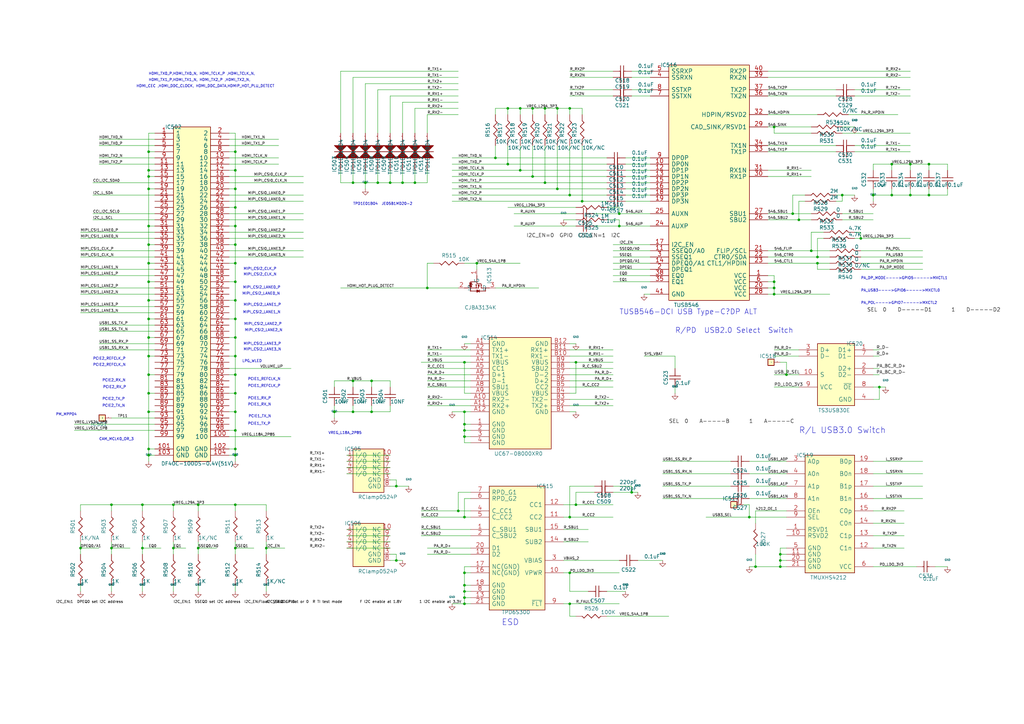
<source format=kicad_sch>
(kicad_sch (version 20211123) (generator eeschema)
  (paper "A3")
  (junction (at 96.52 207.01))
  (junction (at 233.68 212.09))
  (junction (at 71.12 207.01))
  (junction (at 170.18 74.93))
  (junction (at 60.96 69.85))
  (junction (at 162.56 199.39))
  (junction (at 208.28 44.45))
  (junction (at 60.96 123.19))
  (junction (at 373.38 80.01))
  (junction (at 381 80.01))
  (junction (at 96.52 115.57))
  (junction (at 358.14 80.01))
  (junction (at 81.28 224.79))
  (junction (at 45.72 207.01))
  (junction (at 162.56 229.87))
  (junction (at 96.52 77.47))
  (junction (at 96.52 153.67))
  (junction (at 60.96 146.05))
  (junction (at 60.96 186.69))
  (junction (at 144.78 74.93))
  (junction (at 96.52 184.15))
  (junction (at 259.08 201.93))
  (junction (at 320.04 227.33))
  (junction (at 96.52 92.71))
  (junction (at 360.68 158.75))
  (junction (at 60.96 77.47))
  (junction (at 190.5 247.65))
  (junction (at 353.06 97.79))
  (junction (at 190.5 242.57))
  (junction (at 254 87.63))
  (junction (at 190.5 179.07))
  (junction (at 96.52 130.81))
  (junction (at 218.44 44.45))
  (junction (at 109.22 224.79))
  (junction (at 96.52 176.53))
  (junction (at 322.58 153.67))
  (junction (at 213.36 69.85))
  (junction (at 218.44 72.39))
  (junction (at 144.78 156.21))
  (junction (at 60.96 72.39))
  (junction (at 96.52 62.23))
  (junction (at 190.5 168.91))
  (junction (at 238.76 82.55))
  (junction (at 33.02 224.79))
  (junction (at 236.22 207.01))
  (junction (at 233.68 44.45))
  (junction (at 320.04 229.87))
  (junction (at 233.68 234.95))
  (junction (at 228.6 77.47))
  (junction (at 233.68 247.65))
  (junction (at 71.12 224.79))
  (junction (at 160.02 74.93))
  (junction (at 190.5 176.53))
  (junction (at 165.1 74.93))
  (junction (at 228.6 44.45))
  (junction (at 152.4 156.21))
  (junction (at 203.2 64.77))
  (junction (at 190.5 173.99))
  (junction (at 190.5 212.09))
  (junction (at 327.66 90.17))
  (junction (at 320.04 232.41))
  (junction (at 60.96 107.95))
  (junction (at 60.96 100.33))
  (junction (at 373.38 67.31))
  (junction (at 317.5 118.11))
  (junction (at 365.76 80.01))
  (junction (at 96.52 107.95))
  (junction (at 154.94 74.93))
  (junction (at 195.58 107.95))
  (junction (at 187.96 209.55))
  (junction (at 96.52 100.33))
  (junction (at 96.52 123.19))
  (junction (at 190.5 245.11))
  (junction (at 365.76 67.31))
  (junction (at 60.96 161.29))
  (junction (at 208.28 67.31))
  (junction (at 58.42 207.01))
  (junction (at 345.44 80.01))
  (junction (at 60.96 138.43))
  (junction (at 137.16 168.91))
  (junction (at 317.5 115.57))
  (junction (at 144.78 168.91))
  (junction (at 325.12 87.63))
  (junction (at 317.5 52.07))
  (junction (at 96.52 168.91))
  (junction (at 190.5 240.03))
  (junction (at 96.52 161.29))
  (junction (at 60.96 168.91))
  (junction (at 60.96 130.81))
  (junction (at 152.4 168.91))
  (junction (at 233.68 80.01))
  (junction (at 60.96 62.23))
  (junction (at 335.28 105.41))
  (junction (at 81.28 207.01))
  (junction (at 190.5 148.59))
  (junction (at 96.52 224.79))
  (junction (at 60.96 92.71))
  (junction (at 96.52 138.43))
  (junction (at 254 92.71))
  (junction (at 223.52 74.93))
  (junction (at 223.52 44.45))
  (junction (at 58.42 224.79))
  (junction (at 96.52 186.69))
  (junction (at 96.52 146.05))
  (junction (at 96.52 69.85))
  (junction (at 60.96 184.15))
  (junction (at 309.88 232.41))
  (junction (at 96.52 85.09))
  (junction (at 45.72 224.79))
  (junction (at 190.5 234.95))
  (junction (at 213.36 44.45))
  (junction (at 332.74 102.87))
  (junction (at 149.86 74.93))
  (junction (at 381 67.31))
  (junction (at 60.96 115.57))
  (junction (at 60.96 153.67))
  (junction (at 307.34 212.09))
  (junction (at 236.22 148.59))
  (junction (at 175.26 118.11))
  (junction (at 335.28 107.95))
  (junction (at 317.5 120.65))
  (wire (pts (xy 109.22 222.25) (xy 109.22 224.79)))
  (wire (pts (xy 358.14 163.83) (xy 360.68 163.83)))
  (wire (pts (xy 325.12 87.63) (xy 314.96 87.63)))
  (wire (pts (xy 345.44 87.63) (xy 358.14 87.63)))
  (wire (pts (xy 93.98 176.53) (xy 96.52 176.53)))
  (wire (pts (xy 365.76 80.01) (xy 358.14 80.01)))
  (wire (pts (xy 60.96 153.67) (xy 63.5 153.67)))
  (wire (pts (xy 238.76 82.55) (xy 185.42 82.55)))
  (wire (pts (xy 187.96 36.83) (xy 154.94 36.83)))
  (wire (pts (xy 327.66 158.75) (xy 317.5 158.75)))
  (wire (pts (xy 152.4 156.21) (xy 152.4 158.75)))
  (wire (pts (xy 93.98 59.69) (xy 114.3 59.69)))
  (wire (pts (xy 358.14 80.01) (xy 358.14 82.55)))
  (wire (pts (xy 96.52 168.91) (xy 93.98 168.91)))
  (wire (pts (xy 208.28 85.09) (xy 236.22 85.09)))
  (wire (pts (xy 261.62 201.93) (xy 259.08 201.93)))
  (wire (pts (xy 45.72 207.01) (xy 58.42 207.01)))
  (wire (pts (xy 350.52 95.25) (xy 353.06 95.25)))
  (wire (pts (xy 322.58 153.67) (xy 322.58 148.59)))
  (wire (pts (xy 93.98 82.55) (xy 124.46 82.55)))
  (wire (pts (xy 160.02 196.85) (xy 162.56 196.85)))
  (wire (pts (xy 317.5 120.65) (xy 314.96 120.65)))
  (wire (pts (xy 228.6 77.47) (xy 185.42 77.47)))
  (wire (pts (xy 271.78 194.31) (xy 299.72 194.31)))
  (wire (pts (xy 271.78 199.39) (xy 299.72 199.39)))
  (wire (pts (xy 213.36 107.95) (xy 195.58 107.95)))
  (wire (pts (xy 358.14 189.23) (xy 378.46 189.23)))
  (wire (pts (xy 248.92 252.73) (xy 274.32 252.73)))
  (wire (pts (xy 388.62 67.31) (xy 381 67.31)))
  (wire (pts (xy 175.26 146.05) (xy 193.04 146.05)))
  (wire (pts (xy 223.52 44.45) (xy 228.6 44.45)))
  (wire (pts (xy 317.5 113.03) (xy 317.5 115.57)))
  (wire (pts (xy 193.04 247.65) (xy 190.5 247.65)))
  (wire (pts (xy 60.96 146.05) (xy 60.96 153.67)))
  (wire (pts (xy 170.18 44.45) (xy 187.96 44.45)))
  (wire (pts (xy 208.28 44.45) (xy 213.36 44.45)))
  (wire (pts (xy 340.36 120.65) (xy 317.5 120.65)))
  (wire (pts (xy 187.96 41.91) (xy 165.1 41.91)))
  (wire (pts (xy 96.52 123.19) (xy 96.52 130.81)))
  (wire (pts (xy 175.26 118.11) (xy 139.7 118.11)))
  (wire (pts (xy 170.18 69.85) (xy 170.18 74.93)))
  (wire (pts (xy 190.5 148.59) (xy 172.72 148.59)))
  (wire (pts (xy 345.44 80.01) (xy 345.44 82.55)))
  (wire (pts (xy 190.5 173.99) (xy 193.04 173.99)))
  (wire (pts (xy 71.12 224.79) (xy 71.12 227.33)))
  (wire (pts (xy 190.5 179.07) (xy 190.5 181.61)))
  (wire (pts (xy 187.96 31.75) (xy 144.78 31.75)))
  (wire (pts (xy 81.28 222.25) (xy 81.28 224.79)))
  (wire (pts (xy 60.96 100.33) (xy 60.96 107.95)))
  (wire (pts (xy 243.84 199.39) (xy 233.68 199.39)))
  (wire (pts (xy 60.96 92.71) (xy 63.5 92.71)))
  (wire (pts (xy 60.96 184.15) (xy 63.5 184.15)))
  (wire (pts (xy 93.98 184.15) (xy 96.52 184.15)))
  (wire (pts (xy 276.86 146.05) (xy 276.86 151.13)))
  (wire (pts (xy 320.04 224.79) (xy 322.58 224.79)))
  (wire (pts (xy 330.2 82.55) (xy 327.66 82.55)))
  (wire (pts (xy 175.26 107.95) (xy 177.8 107.95)))
  (wire (pts (xy 137.16 166.37) (xy 137.16 168.91)))
  (wire (pts (xy 60.96 100.33) (xy 63.5 100.33)))
  (wire (pts (xy 233.68 36.83) (xy 251.46 36.83)))
  (wire (pts (xy 251.46 115.57) (xy 266.7 115.57)))
  (wire (pts (xy 358.14 146.05) (xy 360.68 146.05)))
  (wire (pts (xy 187.96 201.93) (xy 187.96 209.55)))
  (wire (pts (xy 144.78 156.21) (xy 144.78 158.75)))
  (wire (pts (xy 243.84 201.93) (xy 236.22 201.93)))
  (wire (pts (xy 71.12 240.03) (xy 71.12 242.57)))
  (wire (pts (xy 109.22 240.03) (xy 109.22 242.57)))
  (wire (pts (xy 314.96 39.37) (xy 342.9 39.37)))
  (wire (pts (xy 93.98 64.77) (xy 114.3 64.77)))
  (wire (pts (xy 160.02 219.71) (xy 142.24 219.71)))
  (wire (pts (xy 332.74 52.07) (xy 317.5 52.07)))
  (wire (pts (xy 162.56 196.85) (xy 162.56 199.39)))
  (wire (pts (xy 190.5 212.09) (xy 172.72 212.09)))
  (wire (pts (xy 335.28 110.49) (xy 340.36 110.49)))
  (wire (pts (xy 381 67.31) (xy 373.38 67.31)))
  (wire (pts (xy 358.14 219.71) (xy 370.84 219.71)))
  (wire (pts (xy 137.16 156.21) (xy 137.16 158.75)))
  (wire (pts (xy 322.58 227.33) (xy 320.04 227.33)))
  (wire (pts (xy 322.58 148.59) (xy 320.04 148.59)))
  (wire (pts (xy 233.68 212.09) (xy 231.14 212.09)))
  (wire (pts (xy 60.96 92.71) (xy 60.96 100.33)))
  (wire (pts (xy 137.16 168.91) (xy 137.16 171.45)))
  (wire (pts (xy 309.88 227.33) (xy 309.88 232.41)))
  (wire (pts (xy 38.1 80.01) (xy 63.5 80.01)))
  (wire (pts (xy 175.26 46.99) (xy 175.26 54.61)))
  (wire (pts (xy 317.5 52.07) (xy 314.96 52.07)))
  (wire (pts (xy 307.34 194.31) (xy 322.58 194.31)))
  (wire (pts (xy 160.02 69.85) (xy 160.02 74.93)))
  (wire (pts (xy 259.08 199.39) (xy 259.08 201.93)))
  (wire (pts (xy 45.72 224.79) (xy 53.34 224.79)))
  (wire (pts (xy 190.5 240.03) (xy 193.04 240.03)))
  (wire (pts (xy 236.22 207.01) (xy 231.14 207.01)))
  (wire (pts (xy 314.96 115.57) (xy 317.5 115.57)))
  (wire (pts (xy 109.22 224.79) (xy 116.84 224.79)))
  (wire (pts (xy 60.96 107.95) (xy 63.5 107.95)))
  (wire (pts (xy 152.4 166.37) (xy 152.4 168.91)))
  (wire (pts (xy 254 90.17) (xy 254 92.71)))
  (wire (pts (xy 60.96 186.69) (xy 60.96 189.23)))
  (wire (pts (xy 60.96 161.29) (xy 63.5 161.29)))
  (wire (pts (xy 190.5 176.53) (xy 193.04 176.53)))
  (wire (pts (xy 228.6 59.69) (xy 228.6 77.47)))
  (wire (pts (xy 139.7 74.93) (xy 139.7 69.85)))
  (wire (pts (xy 236.22 148.59) (xy 233.68 148.59)))
  (wire (pts (xy 259.08 31.75) (xy 266.7 31.75)))
  (wire (pts (xy 236.22 161.29) (xy 233.68 161.29)))
  (wire (pts (xy 358.14 151.13) (xy 360.68 151.13)))
  (wire (pts (xy 373.38 39.37) (xy 350.52 39.37)))
  (wire (pts (xy 251.46 107.95) (xy 266.7 107.95)))
  (wire (pts (xy 304.8 207.01) (xy 307.34 207.01)))
  (wire (pts (xy 264.16 146.05) (xy 276.86 146.05)))
  (wire (pts (xy 175.26 118.11) (xy 175.26 107.95)))
  (wire (pts (xy 60.96 69.85) (xy 60.96 72.39)))
  (wire (pts (xy 317.5 153.67) (xy 322.58 153.67)))
  (wire (pts (xy 373.38 80.01) (xy 365.76 80.01)))
  (wire (pts (xy 40.64 59.69) (xy 63.5 59.69)))
  (wire (pts (xy 345.44 80.01) (xy 342.9 80.01)))
  (wire (pts (xy 259.08 39.37) (xy 266.7 39.37)))
  (wire (pts (xy 248.92 74.93) (xy 223.52 74.93)))
  (wire (pts (xy 228.6 44.45) (xy 228.6 46.99)))
  (wire (pts (xy 60.96 186.69) (xy 63.5 186.69)))
  (wire (pts (xy 93.98 74.93) (xy 124.46 74.93)))
  (wire (pts (xy 327.66 82.55) (xy 327.66 90.17)))
  (wire (pts (xy 373.38 36.83) (xy 350.52 36.83)))
  (wire (pts (xy 360.68 158.75) (xy 358.14 158.75)))
  (wire (pts (xy 144.78 166.37) (xy 144.78 168.91)))
  (wire (pts (xy 96.52 62.23) (xy 96.52 69.85)))
  (wire (pts (xy 388.62 69.85) (xy 388.62 67.31)))
  (wire (pts (xy 251.46 110.49) (xy 266.7 110.49)))
  (wire (pts (xy 96.52 92.71) (xy 96.52 100.33)))
  (wire (pts (xy 58.42 207.01) (xy 58.42 209.55)))
  (wire (pts (xy 38.1 87.63) (xy 63.5 87.63)))
  (wire (pts (xy 190.5 168.91) (xy 190.5 173.99)))
  (wire (pts (xy 96.52 176.53) (xy 96.52 184.15)))
  (wire (pts (xy 353.06 107.95) (xy 378.46 107.95)))
  (wire (pts (xy 358.14 199.39) (xy 378.46 199.39)))
  (wire (pts (xy 213.36 69.85) (xy 185.42 69.85)))
  (wire (pts (xy 63.5 54.61) (xy 60.96 54.61)))
  (wire (pts (xy 60.96 115.57) (xy 63.5 115.57)))
  (wire (pts (xy 256.54 67.31) (xy 266.7 67.31)))
  (wire (pts (xy 165.1 74.93) (xy 160.02 74.93)))
  (wire (pts (xy 233.68 59.69) (xy 233.68 80.01)))
  (wire (pts (xy 109.22 207.01) (xy 109.22 209.55)))
  (wire (pts (xy 60.96 168.91) (xy 63.5 168.91)))
  (wire (pts (xy 172.72 217.17) (xy 193.04 217.17)))
  (wire (pts (xy 233.68 140.97) (xy 236.22 140.97)))
  (wire (pts (xy 33.02 110.49) (xy 63.5 110.49)))
  (wire (pts (xy 33.02 118.11) (xy 63.5 118.11)))
  (wire (pts (xy 71.12 224.79) (xy 76.2 224.79)))
  (wire (pts (xy 165.1 69.85) (xy 165.1 74.93)))
  (wire (pts (xy 233.68 39.37) (xy 251.46 39.37)))
  (wire (pts (xy 172.72 219.71) (xy 193.04 219.71)))
  (wire (pts (xy 81.28 207.01) (xy 96.52 207.01)))
  (wire (pts (xy 340.36 107.95) (xy 335.28 107.95)))
  (wire (pts (xy 58.42 224.79) (xy 58.42 227.33)))
  (wire (pts (xy 276.86 158.75) (xy 276.86 161.29)))
  (wire (pts (xy 203.2 59.69) (xy 203.2 64.77)))
  (wire (pts (xy 60.96 138.43) (xy 63.5 138.43)))
  (wire (pts (xy 271.78 189.23) (xy 299.72 189.23)))
  (wire (pts (xy 259.08 29.21) (xy 266.7 29.21)))
  (wire (pts (xy 233.68 156.21) (xy 251.46 156.21)))
  (wire (pts (xy 358.14 153.67) (xy 360.68 153.67)))
  (wire (pts (xy 307.34 212.09) (xy 289.56 212.09)))
  (wire (pts (xy 160.02 224.79) (xy 142.24 224.79)))
  (wire (pts (xy 381 77.47) (xy 381 80.01)))
  (wire (pts (xy 233.68 146.05) (xy 251.46 146.05)))
  (wire (pts (xy 60.96 123.19) (xy 60.96 130.81)))
  (wire (pts (xy 45.72 222.25) (xy 45.72 224.79)))
  (wire (pts (xy 160.02 191.77) (xy 142.24 191.77)))
  (wire (pts (xy 60.96 146.05) (xy 63.5 146.05)))
  (wire (pts (xy 139.7 29.21) (xy 139.7 54.61)))
  (wire (pts (xy 248.92 72.39) (xy 218.44 72.39)))
  (wire (pts (xy 58.42 207.01) (xy 71.12 207.01)))
  (wire (pts (xy 256.54 77.47) (xy 266.7 77.47)))
  (wire (pts (xy 345.44 90.17) (xy 358.14 90.17)))
  (wire (pts (xy 373.38 29.21) (xy 314.96 29.21)))
  (wire (pts (xy 309.88 209.55) (xy 322.58 209.55)))
  (wire (pts (xy 96.52 161.29) (xy 96.52 168.91)))
  (wire (pts (xy 93.98 105.41) (xy 124.46 105.41)))
  (wire (pts (xy 40.64 57.15) (xy 63.5 57.15)))
  (wire (pts (xy 195.58 107.95) (xy 190.5 107.95)))
  (wire (pts (xy 154.94 74.93) (xy 149.86 74.93)))
  (wire (pts (xy 175.26 74.93) (xy 175.26 69.85)))
  (wire (pts (xy 203.2 118.11) (xy 220.98 118.11)))
  (wire (pts (xy 193.04 209.55) (xy 187.96 209.55)))
  (wire (pts (xy 317.5 146.05) (xy 327.66 146.05)))
  (wire (pts (xy 96.52 138.43) (xy 96.52 146.05)))
  (wire (pts (xy 254 92.71) (xy 243.84 92.71)))
  (wire (pts (xy 187.96 34.29) (xy 149.86 34.29)))
  (wire (pts (xy 320.04 227.33) (xy 320.04 229.87)))
  (wire (pts (xy 33.02 209.55) (xy 33.02 207.01)))
  (wire (pts (xy 325.12 87.63) (xy 325.12 80.01)))
  (wire (pts (xy 233.68 31.75) (xy 251.46 31.75)))
  (wire (pts (xy 358.14 204.47) (xy 378.46 204.47)))
  (wire (pts (xy 353.06 102.87) (xy 378.46 102.87)))
  (wire (pts (xy 33.02 95.25) (xy 63.5 95.25)))
  (wire (pts (xy 381 67.31) (xy 381 69.85)))
  (wire (pts (xy 144.78 156.21) (xy 137.16 156.21)))
  (wire (pts (xy 193.04 212.09) (xy 190.5 212.09)))
  (wire (pts (xy 160.02 156.21) (xy 152.4 156.21)))
  (wire (pts (xy 93.98 80.01) (xy 124.46 80.01)))
  (wire (pts (xy 81.28 240.03) (xy 81.28 242.57)))
  (wire (pts (xy 233.68 44.45) (xy 238.76 44.45)))
  (wire (pts (xy 259.08 36.83) (xy 266.7 36.83)))
  (wire (pts (xy 33.02 128.27) (xy 63.5 128.27)))
  (wire (pts (xy 335.28 107.95) (xy 314.96 107.95)))
  (wire (pts (xy 233.68 247.65) (xy 233.68 252.73)))
  (wire (pts (xy 187.96 39.37) (xy 160.02 39.37)))
  (wire (pts (xy 33.02 224.79) (xy 33.02 227.33)))
  (wire (pts (xy 233.68 234.95) (xy 231.14 234.95)))
  (wire (pts (xy 58.42 224.79) (xy 66.04 224.79)))
  (wire (pts (xy 251.46 212.09) (xy 233.68 212.09)))
  (wire (pts (xy 233.68 234.95) (xy 233.68 242.57)))
  (wire (pts (xy 175.26 156.21) (xy 193.04 156.21)))
  (wire (pts (xy 358.14 209.55) (xy 370.84 209.55)))
  (wire (pts (xy 254 85.09) (xy 254 87.63)))
  (wire (pts (xy 58.42 240.03) (xy 58.42 242.57)))
  (wire (pts (xy 251.46 113.03) (xy 266.7 113.03)))
  (wire (pts (xy 33.02 102.87) (xy 63.5 102.87)))
  (wire (pts (xy 195.58 107.95) (xy 195.58 110.49)))
  (wire (pts (xy 154.94 36.83) (xy 154.94 54.61)))
  (wire (pts (xy 60.96 130.81) (xy 60.96 138.43)))
  (wire (pts (xy 332.74 87.63) (xy 325.12 87.63)))
  (wire (pts (xy 203.2 44.45) (xy 208.28 44.45)))
  (wire (pts (xy 218.44 59.69) (xy 218.44 72.39)))
  (wire (pts (xy 256.54 69.85) (xy 266.7 69.85)))
  (wire (pts (xy 345.44 52.07) (xy 350.52 52.07)))
  (wire (pts (xy 33.02 125.73) (xy 63.5 125.73)))
  (wire (pts (xy 335.28 107.95) (xy 335.28 110.49)))
  (wire (pts (xy 109.22 224.79) (xy 109.22 227.33)))
  (wire (pts (xy 81.28 224.79) (xy 81.28 227.33)))
  (wire (pts (xy 203.2 64.77) (xy 185.42 64.77)))
  (wire (pts (xy 190.5 181.61) (xy 193.04 181.61)))
  (wire (pts (xy 347.98 46.99) (xy 368.3 46.99)))
  (wire (pts (xy 360.68 163.83) (xy 360.68 158.75)))
  (wire (pts (xy 60.96 123.19) (xy 63.5 123.19)))
  (wire (pts (xy 309.88 214.63) (xy 309.88 209.55)))
  (wire (pts (xy 160.02 39.37) (xy 160.02 54.61)))
  (wire (pts (xy 233.68 143.51) (xy 251.46 143.51)))
  (wire (pts (xy 307.34 207.01) (xy 307.34 212.09)))
  (wire (pts (xy 314.96 46.99) (xy 335.28 46.99)))
  (wire (pts (xy 190.5 212.09) (xy 190.5 204.47)))
  (wire (pts (xy 373.38 77.47) (xy 373.38 80.01)))
  (wire (pts (xy 248.92 90.17) (xy 254 90.17)))
  (wire (pts (xy 251.46 100.33) (xy 266.7 100.33)))
  (wire (pts (xy 96.52 77.47) (xy 96.52 85.09)))
  (wire (pts (xy 210.82 87.63) (xy 236.22 87.63)))
  (wire (pts (xy 96.52 69.85) (xy 96.52 77.47)))
  (wire (pts (xy 60.96 168.91) (xy 60.96 184.15)))
  (wire (pts (xy 332.74 69.85) (xy 314.96 69.85)))
  (wire (pts (xy 160.02 158.75) (xy 160.02 156.21)))
  (wire (pts (xy 332.74 102.87) (xy 314.96 102.87)))
  (wire (pts (xy 266.7 87.63) (xy 254 87.63)))
  (wire (pts (xy 327.66 153.67) (xy 322.58 153.67)))
  (wire (pts (xy 96.52 240.03) (xy 96.52 242.57)))
  (wire (pts (xy 233.68 168.91) (xy 236.22 168.91)))
  (wire (pts (xy 60.96 107.95) (xy 60.96 115.57)))
  (wire (pts (xy 259.08 201.93) (xy 251.46 201.93)))
  (wire (pts (xy 187.96 118.11) (xy 175.26 118.11)))
  (wire (pts (xy 266.7 92.71) (xy 254 92.71)))
  (wire (pts (xy 149.86 74.93) (xy 149.86 77.47)))
  (wire (pts (xy 170.18 54.61) (xy 170.18 44.45)))
  (wire (pts (xy 190.5 140.97) (xy 193.04 140.97)))
  (wire (pts (xy 167.64 199.39) (xy 162.56 199.39)))
  (wire (pts (xy 160.02 74.93) (xy 154.94 74.93)))
  (wire (pts (xy 190.5 179.07) (xy 193.04 179.07)))
  (wire (pts (xy 373.38 67.31) (xy 373.38 69.85)))
  (wire (pts (xy 38.1 90.17) (xy 63.5 90.17)))
  (wire (pts (xy 373.38 97.79) (xy 353.06 97.79)))
  (wire (pts (xy 93.98 138.43) (xy 96.52 138.43)))
  (wire (pts (xy 233.68 80.01) (xy 185.42 80.01)))
  (wire (pts (xy 154.94 69.85) (xy 154.94 74.93)))
  (wire (pts (xy 60.96 69.85) (xy 63.5 69.85)))
  (wire (pts (xy 165.1 74.93) (xy 170.18 74.93)))
  (wire (pts (xy 332.74 72.39) (xy 314.96 72.39)))
  (wire (pts (xy 30.48 176.53) (xy 63.5 176.53)))
  (wire (pts (xy 71.12 222.25) (xy 71.12 224.79)))
  (wire (pts (xy 60.96 115.57) (xy 60.96 123.19)))
  (wire (pts (xy 261.62 229.87) (xy 271.78 229.87)))
  (wire (pts (xy 345.44 54.61) (xy 373.38 54.61)))
  (wire (pts (xy 213.36 44.45) (xy 213.36 46.99)))
  (wire (pts (xy 251.46 105.41) (xy 266.7 105.41)))
  (wire (pts (xy 60.96 161.29) (xy 60.96 168.91)))
  (wire (pts (xy 264.16 120.65) (xy 266.7 120.65)))
  (wire (pts (xy 381 80.01) (xy 388.62 80.01)))
  (wire (pts (xy 337.82 97.79) (xy 335.28 97.79)))
  (wire (pts (xy 375.92 232.41) (xy 358.14 232.41)))
  (wire (pts (xy 233.68 163.83) (xy 251.46 163.83)))
  (wire (pts (xy 231.14 217.17) (xy 241.3 217.17)))
  (wire (pts (xy 190.5 148.59) (xy 190.5 161.29)))
  (wire (pts (xy 60.96 77.47) (xy 63.5 77.47)))
  (wire (pts (xy 96.52 146.05) (xy 96.52 153.67)))
  (wire (pts (xy 238.76 59.69) (xy 238.76 82.55)))
  (wire (pts (xy 236.22 148.59) (xy 236.22 161.29)))
  (wire (pts (xy 208.28 44.45) (xy 208.28 46.99)))
  (wire (pts (xy 93.98 77.47) (xy 96.52 77.47)))
  (wire (pts (xy 96.52 207.01) (xy 96.52 209.55)))
  (wire (pts (xy 358.14 214.63) (xy 370.84 214.63)))
  (wire (pts (xy 93.98 62.23) (xy 96.52 62.23)))
  (wire (pts (xy 233.68 151.13) (xy 251.46 151.13)))
  (wire (pts (xy 175.26 227.33) (xy 193.04 227.33)))
  (wire (pts (xy 271.78 204.47) (xy 299.72 204.47)))
  (wire (pts (xy 81.28 224.79) (xy 88.9 224.79)))
  (wire (pts (xy 317.5 115.57) (xy 317.5 118.11)))
  (wire (pts (xy 307.34 199.39) (xy 322.58 199.39)))
  (wire (pts (xy 96.52 153.67) (xy 96.52 161.29)))
  (wire (pts (xy 193.04 201.93) (xy 187.96 201.93)))
  (wire (pts (xy 175.26 143.51) (xy 193.04 143.51)))
  (wire (pts (xy 353.06 97.79) (xy 350.52 97.79)))
  (wire (pts (xy 190.5 204.47) (xy 193.04 204.47)))
  (wire (pts (xy 238.76 44.45) (xy 238.76 46.99)))
  (wire (pts (xy 340.36 105.41) (xy 335.28 105.41)))
  (wire (pts (xy 149.86 74.93) (xy 144.78 74.93)))
  (wire (pts (xy 233.68 242.57) (xy 241.3 242.57)))
  (wire (pts (xy 373.38 67.31) (xy 365.76 67.31)))
  (wire (pts (xy 96.52 130.81) (xy 96.52 138.43)))
  (wire (pts (xy 388.62 232.41) (xy 383.54 232.41)))
  (wire (pts (xy 193.04 148.59) (xy 190.5 148.59)))
  (wire (pts (xy 193.04 232.41) (xy 190.5 232.41)))
  (wire (pts (xy 218.44 44.45) (xy 218.44 46.99)))
  (wire (pts (xy 251.46 148.59) (xy 236.22 148.59)))
  (wire (pts (xy 350.52 59.69) (xy 373.38 59.69)))
  (wire (pts (xy 248.92 242.57) (xy 256.54 242.57)))
  (wire (pts (xy 162.56 227.33) (xy 162.56 229.87)))
  (wire (pts (xy 96.52 85.09) (xy 96.52 92.71)))
  (wire (pts (xy 160.02 217.17) (xy 142.24 217.17)))
  (wire (pts (xy 353.06 110.49) (xy 378.46 110.49)))
  (wire (pts (xy 40.64 133.35) (xy 63.5 133.35)))
  (wire (pts (xy 60.96 62.23) (xy 60.96 69.85)))
  (wire (pts (xy 340.36 102.87) (xy 332.74 102.87)))
  (wire (pts (xy 190.5 234.95) (xy 193.04 234.95)))
  (wire (pts (xy 307.34 204.47) (xy 322.58 204.47)))
  (wire (pts (xy 160.02 166.37) (xy 160.02 168.91)))
  (wire (pts (xy 40.64 135.89) (xy 63.5 135.89)))
  (wire (pts (xy 254 234.95) (xy 233.68 234.95)))
  (wire (pts (xy 236.22 201.93) (xy 236.22 207.01)))
  (wire (pts (xy 251.46 199.39) (xy 259.08 199.39)))
  (wire (pts (xy 60.96 153.67) (xy 60.96 161.29)))
  (wire (pts (xy 40.64 67.31) (xy 63.5 67.31)))
  (wire (pts (xy 365.76 67.31) (xy 365.76 69.85)))
  (wire (pts (xy 190.5 234.95) (xy 190.5 240.03)))
  (wire (pts (xy 93.98 107.95) (xy 96.52 107.95)))
  (wire (pts (xy 335.28 105.41) (xy 314.96 105.41)))
  (wire (pts (xy 33.02 222.25) (xy 33.02 224.79)))
  (wire (pts (xy 96.52 222.25) (xy 96.52 224.79)))
  (wire (pts (xy 190.5 161.29) (xy 193.04 161.29)))
  (wire (pts (xy 96.52 54.61) (xy 96.52 62.23)))
  (wire (pts (xy 322.58 232.41) (xy 320.04 232.41)))
  (wire (pts (xy 231.14 222.25) (xy 241.3 222.25)))
  (wire (pts (xy 175.26 153.67) (xy 193.04 153.67)))
  (wire (pts (xy 93.98 100.33) (xy 96.52 100.33)))
  (wire (pts (xy 96.52 207.01) (xy 109.22 207.01)))
  (wire (pts (xy 251.46 207.01) (xy 236.22 207.01)))
  (wire (pts (xy 33.02 105.41) (xy 63.5 105.41)))
  (wire (pts (xy 365.76 67.31) (xy 358.14 67.31)))
  (wire (pts (xy 93.98 186.69) (xy 96.52 186.69)))
  (wire (pts (xy 45.72 240.03) (xy 45.72 242.57)))
  (wire (pts (xy 353.06 105.41) (xy 378.46 105.41)))
  (wire (pts (xy 358.14 224.79) (xy 370.84 224.79)))
  (wire (pts (xy 40.64 143.51) (xy 63.5 143.51)))
  (wire (pts (xy 314.96 113.03) (xy 317.5 113.03)))
  (wire (pts (xy 256.54 82.55) (xy 266.7 82.55)))
  (wire (pts (xy 60.96 72.39) (xy 63.5 72.39)))
  (wire (pts (xy 93.98 90.17) (xy 124.46 90.17)))
  (wire (pts (xy 213.36 44.45) (xy 218.44 44.45)))
  (wire (pts (xy 190.5 245.11) (xy 193.04 245.11)))
  (wire (pts (xy 38.1 74.93) (xy 63.5 74.93)))
  (wire (pts (xy 45.72 224.79) (xy 45.72 227.33)))
  (wire (pts (xy 350.52 62.23) (xy 373.38 62.23)))
  (wire (pts (xy 317.5 54.61) (xy 332.74 54.61)))
  (wire (pts (xy 233.68 166.37) (xy 251.46 166.37)))
  (wire (pts (xy 345.44 82.55) (xy 342.9 82.55)))
  (wire (pts (xy 190.5 232.41) (xy 190.5 234.95)))
  (wire (pts (xy 93.98 161.29) (xy 96.52 161.29)))
  (wire (pts (xy 58.42 222.25) (xy 58.42 224.79)))
  (wire (pts (xy 96.52 168.91) (xy 96.52 176.53)))
  (wire (pts (xy 231.14 90.17) (xy 236.22 90.17)))
  (wire (pts (xy 149.86 69.85) (xy 149.86 74.93)))
  (wire (pts (xy 160.02 168.91) (xy 152.4 168.91)))
  (wire (pts (xy 93.98 130.81) (xy 96.52 130.81)))
  (wire (pts (xy 93.98 85.09) (xy 96.52 85.09)))
  (wire (pts (xy 149.86 34.29) (xy 149.86 54.61)))
  (wire (pts (xy 60.96 138.43) (xy 60.96 146.05)))
  (wire (pts (xy 170.18 74.93) (xy 175.26 74.93)))
  (wire (pts (xy 363.22 158.75) (xy 360.68 158.75)))
  (wire (pts (xy 187.96 46.99) (xy 175.26 46.99)))
  (wire (pts (xy 358.14 77.47) (xy 358.14 80.01)))
  (wire (pts (xy 96.52 224.79) (xy 104.14 224.79)))
  (wire (pts (xy 223.52 74.93) (xy 185.42 74.93)))
  (wire (pts (xy 254 247.65) (xy 233.68 247.65)))
  (wire (pts (xy 81.28 207.01) (xy 81.28 209.55)))
  (wire (pts (xy 233.68 247.65) (xy 231.14 247.65)))
  (wire (pts (xy 218.44 72.39) (xy 185.42 72.39)))
  (wire (pts (xy 71.12 207.01) (xy 81.28 207.01)))
  (wire (pts (xy 320.04 229.87) (xy 322.58 229.87)))
  (wire (pts (xy 248.92 85.09) (xy 254 85.09)))
  (wire (pts (xy 93.98 102.87) (xy 124.46 102.87)))
  (wire (pts (xy 152.4 156.21) (xy 144.78 156.21)))
  (wire (pts (xy 175.26 224.79) (xy 193.04 224.79)))
  (wire (pts (xy 30.48 173.99) (xy 63.5 173.99)))
  (wire (pts (xy 248.92 82.55) (xy 238.76 82.55)))
  (wire (pts (xy 175.26 158.75) (xy 193.04 158.75)))
  (wire (pts (xy 93.98 69.85) (xy 96.52 69.85)))
  (wire (pts (xy 248.92 67.31) (xy 208.28 67.31)))
  (wire (pts (xy 93.98 72.39) (xy 124.46 72.39)))
  (wire (pts (xy 190.5 176.53) (xy 190.5 179.07)))
  (wire (pts (xy 332.74 102.87) (xy 332.74 95.25)))
  (wire (pts (xy 93.98 153.67) (xy 96.52 153.67)))
  (wire (pts (xy 353.06 95.25) (xy 353.06 97.79)))
  (wire (pts (xy 40.64 64.77) (xy 63.5 64.77)))
  (wire (pts (xy 160.02 189.23) (xy 142.24 189.23)))
  (wire (pts (xy 93.98 179.07) (xy 119.38 179.07)))
  (wire (pts (xy 33.02 207.01) (xy 45.72 207.01)))
  (wire (pts (xy 144.78 69.85) (xy 144.78 74.93)))
  (wire (pts (xy 160.02 222.25) (xy 142.24 222.25)))
  (wire (pts (xy 93.98 151.13) (xy 119.38 151.13)))
  (wire (pts (xy 248.92 80.01) (xy 233.68 80.01)))
  (wire (pts (xy 96.52 184.15) (xy 96.52 186.69)))
  (wire (pts (xy 93.98 57.15) (xy 114.3 57.15)))
  (wire (pts (xy 233.68 158.75) (xy 251.46 158.75)))
  (wire (pts (xy 60.96 72.39) (xy 60.96 77.47)))
  (wire (pts (xy 71.12 207.01) (xy 71.12 209.55)))
  (wire (pts (xy 320.04 227.33) (xy 320.04 224.79)))
  (wire (pts (xy 45.72 171.45) (xy 63.5 171.45)))
  (wire (pts (xy 190.5 242.57) (xy 193.04 242.57)))
  (wire (pts (xy 45.72 207.01) (xy 45.72 209.55)))
  (wire (pts (xy 203.2 46.99) (xy 203.2 44.45)))
  (wire (pts (xy 322.58 212.09) (xy 307.34 212.09)))
  (wire (pts (xy 251.46 102.87) (xy 266.7 102.87)))
  (wire (pts (xy 233.68 29.21) (xy 251.46 29.21)))
  (wire (pts (xy 144.78 168.91) (xy 137.16 168.91)))
  (wire (pts (xy 317.5 143.51) (xy 327.66 143.51)))
  (wire (pts (xy 317.5 52.07) (xy 317.5 54.61)))
  (wire (pts (xy 96.52 224.79) (xy 96.52 227.33)))
  (wire (pts (xy 233.68 44.45) (xy 233.68 46.99)))
  (wire (pts (xy 248.92 64.77) (xy 203.2 64.77)))
  (wire (pts (xy 309.88 232.41) (xy 307.34 232.41)))
  (wire (pts (xy 187.96 209.55) (xy 172.72 209.55)))
  (wire (pts (xy 33.02 113.03) (xy 63.5 113.03)))
  (wire (pts (xy 93.98 92.71) (xy 96.52 92.71)))
  (wire (pts (xy 33.02 120.65) (xy 63.5 120.65)))
  (wire (pts (xy 40.64 140.97) (xy 63.5 140.97)))
  (wire (pts (xy 317.5 118.11) (xy 317.5 120.65)))
  (wire (pts (xy 93.98 54.61) (xy 96.52 54.61)))
  (wire (pts (xy 256.54 64.77) (xy 266.7 64.77)))
  (wire (pts (xy 233.68 153.67) (xy 251.46 153.67)))
  (wire (pts (xy 187.96 29.21) (xy 139.7 29.21)))
  (wire (pts (xy 190.5 245.11) (xy 190.5 247.65)))
  (wire (pts (xy 358.14 67.31) (xy 358.14 69.85)))
  (wire (pts (xy 314.96 36.83) (xy 342.9 36.83)))
  (wire (pts (xy 33.02 240.03) (xy 33.02 242.57)))
  (wire (pts (xy 218.44 44.45) (xy 223.52 44.45)))
  (wire (pts (xy 314.96 118.11) (xy 317.5 118.11)))
  (wire (pts (xy 228.6 44.45) (xy 233.68 44.45)))
  (wire (pts (xy 162.56 199.39) (xy 160.02 199.39)))
  (wire (pts (xy 210.82 92.71) (xy 236.22 92.71)))
  (wire (pts (xy 175.26 166.37) (xy 193.04 166.37)))
  (wire (pts (xy 256.54 72.39) (xy 266.7 72.39)))
  (wire (pts (xy 248.92 69.85) (xy 213.36 69.85)))
  (wire (pts (xy 175.26 151.13) (xy 193.04 151.13)))
  (wire (pts (xy 93.98 97.79) (xy 124.46 97.79)))
  (wire (pts (xy 358.14 143.51) (xy 360.68 143.51)))
  (wire (pts (xy 373.38 31.75) (xy 314.96 31.75)))
  (wire (pts (xy 165.1 41.91) (xy 165.1 54.61)))
  (wire (pts (xy 33.02 224.79) (xy 40.64 224.79)))
  (wire (pts (xy 60.96 130.81) (xy 63.5 130.81)))
  (wire (pts (xy 327.66 90.17) (xy 314.96 90.17)))
  (wire (pts (xy 93.98 95.25) (xy 124.46 95.25)))
  (wire (pts (xy 193.04 168.91) (xy 190.5 168.91)))
  (wire (pts (xy 320.04 229.87) (xy 320.04 232.41)))
  (wire (pts (xy 314.96 62.23) (xy 342.9 62.23)))
  (wire (pts (xy 190.5 168.91) (xy 185.42 168.91)))
  (wire (pts (xy 358.14 194.31) (xy 378.46 194.31)))
  (wire (pts (xy 96.52 100.33) (xy 96.52 107.95)))
  (wire (pts (xy 248.92 77.47) (xy 228.6 77.47)))
  (wire (pts (xy 325.12 80.01) (xy 330.2 80.01)))
  (wire (pts (xy 231.14 229.87) (xy 254 229.87)))
  (wire (pts (xy 93.98 67.31) (xy 114.3 67.31)))
  (wire (pts (xy 144.78 74.93) (xy 139.7 74.93)))
  (wire (pts (xy 307.34 189.23) (xy 322.58 189.23)))
  (wire (pts (xy 381 80.01) (xy 373.38 80.01)))
  (wire (pts (xy 160.02 194.31) (xy 142.24 194.31)))
  (wire (pts (xy 152.4 168.91) (xy 144.78 168.91)))
  (wire (pts (xy 365.76 77.47) (xy 365.76 80.01)))
  (wire (pts (xy 388.62 80.01) (xy 388.62 77.47)))
  (wire (pts (xy 162.56 229.87) (xy 160.02 229.87)))
  (wire (pts (xy 332.74 90.17) (xy 327.66 90.17)))
  (wire (pts (xy 233.68 252.73) (xy 236.22 252.73)))
  (wire (pts (xy 223.52 59.69) (xy 223.52 74.93)))
  (wire (pts (xy 190.5 240.03) (xy 190.5 242.57)))
  (wire (pts (xy 208.28 59.69) (xy 208.28 67.31)))
  (wire (pts (xy 165.1 229.87) (xy 162.56 229.87)))
  (wire (pts (xy 256.54 80.01) (xy 266.7 80.01)))
  (wire (pts (xy 332.74 95.25) (xy 337.82 95.25)))
  (wire (pts (xy 144.78 31.75) (xy 144.78 54.61)))
  (wire (pts (xy 93.98 87.63) (xy 124.46 87.63)))
  (wire (pts (xy 60.96 77.47) (xy 60.96 92.71)))
  (wire (pts (xy 233.68 199.39) (xy 233.68 212.09)))
  (wire (pts (xy 96.52 186.69) (xy 96.52 189.23)))
  (wire (pts (xy 314.96 59.69) (xy 342.9 59.69)))
  (wire (pts (xy 320.04 232.41) (xy 309.88 232.41)))
  (wire (pts (xy 190.5 247.65) (xy 185.42 247.65)))
  (wire (pts (xy 60.96 62.23) (xy 63.5 62.23)))
  (wire (pts (xy 93.98 123.19) (xy 96.52 123.19)))
  (wire (pts (xy 60.96 184.15) (xy 60.96 186.69)))
  (wire (pts (xy 96.52 115.57) (xy 96.52 123.19)))
  (wire (pts (xy 213.36 59.69) (xy 213.36 69.85)))
  (wire (pts (xy 93.98 146.05) (xy 96.52 146.05)))
  (wire (pts (xy 190.5 242.57) (xy 190.5 245.11)))
  (wire (pts (xy 208.28 67.31) (xy 185.42 67.31)))
  (wire (pts (xy 254 87.63) (xy 243.84 87.63)))
  (wire (pts (xy 60.96 54.61) (xy 60.96 62.23)))
  (wire (pts (xy 190.5 173.99) (xy 190.5 176.53)))
  (wire (pts (xy 93.98 115.57) (xy 96.52 115.57)))
  (wire (pts (xy 335.28 97.79) (xy 335.28 105.41)))
  (wire (pts (xy 160.02 227.33) (xy 162.56 227.33)))
  (wire (pts (xy 160.02 186.69) (xy 142.24 186.69)))
  (wire (pts (xy 350.52 80.01) (xy 345.44 80.01)))
  (wire (pts (xy 175.26 163.83) (xy 193.04 163.83)))
  (wire (pts (xy 96.52 107.95) (xy 96.52 115.57)))
  (wire (pts (xy 33.02 97.79) (xy 63.5 97.79)))
  (wire (pts (xy 223.52 44.45) (xy 223.52 46.99)))
  (wire (pts (xy 256.54 74.93) (xy 266.7 74.93)))
  (text "PCIE2_RX_N" (at 41.91 156.718 0) (effects (font (size 1.0668 1.0668)) (justify left bottom)))
  (text "PCIE1_REFCLK_P" (at 101.6 159.004 0) (effects (font (size 1.0668 1.0668)) (justify left bottom)))
  (text "TUSB546-DCI USB Type-C?DP ALT" (at 254 129.286 0) (effects (font (size 2.1336 2.1336)) (justify left bottom)))
  (text "MIPI_CSI2_LANE0_N" (at 99.314 121.158 0) (effects (font (size 1.0668 1.0668)) (justify left bottom)))
  (text "PCIE1_TX_N" (at 101.854 171.45 0) (effects (font (size 1.0668 1.0668)) (justify left bottom)))
  (text "MIPI_CSI2_LANE3_N" (at 99.822 144.018 0) (effects (font (size 1.0668 1.0668)) (justify left bottom)))
  (text "MIPI_CSI2_CLK_N" (at 99.822 113.284 0) (effects (font (size 1.0668 1.0668)) (justify left bottom)))
  (text "CAM_MCLK0_OR_3" (at 40.64 180.848 0) (effects (font (size 1.0668 1.0668)) (justify left bottom)))
  (text "PA_DP_MODE---->GPIO5----->MXCTL1" (at 353.06 114.808 0) (effects (font (size 1.0668 1.0668)) (justify left bottom)))
  (text "HDMI_CEC ,HDMI_DDC_CLOCK, HDMI_DDC_DATA,HDMIP_HOT_PLU_DETECT" (at 55.88 36.068 0) (effects (font (size 1.0668 1.0668)) (justify left bottom)))
  (text "PM_MPP04" (at 22.86 170.688 0) (effects (font (size 1.0668 1.0668)) (justify left bottom)))
  (text "PCIE1_RX_N" (at 101.6 166.624 0) (effects (font (size 1.0668 1.0668)) (justify left bottom)))
  (text "PCIE2_TX_P" (at 41.91 164.338 0) (effects (font (size 1.0668 1.0668)) (justify left bottom)))
  (text "LPG_WLED" (at 99.314 148.844 0) (effects (font (size 1.0668 1.0668)) (justify left bottom)))
  (text "PCIE1_TX_P" (at 101.6 174.498 0) (effects (font (size 1.0668 1.0668)) (justify left bottom)))
  (text "MIPI_CSI2_LANE0_P" (at 99.568 118.618 0) (effects (font (size 1.0668 1.0668)) (justify left bottom)))
  (text "MIPI_CSI2_LANE3_P" (at 99.822 141.732 0) (effects (font (size 1.0668 1.0668)) (justify left bottom)))
  (text "MIPI_CSI2_LANE2_P" (at 100.076 133.604 0) (effects (font (size 1.0668 1.0668)) (justify left bottom)))
  (text "HDMI_TX0_P,HDMI_TX0_N, HDMI_TCLK_P ,HDMI_TCLK_N," (at 60.96 30.988 0) (effects (font (size 1.0668 1.0668)) (justify left bottom)))
  (text "ESD" (at 205.74 256.794 0) (effects (font (size 2.4384 2.4384)) (justify left bottom)))
  (text "PCIE1_RX_P" (at 101.6 164.084 0) (effects (font (size 1.0668 1.0668)) (justify left bottom)))
  (text "PCIE2_RX_P" (at 42.164 159.512 0) (effects (font (size 1.0668 1.0668)) (justify left bottom)))
  (text "PCIE2_REFCLK_P" (at 38.1 147.828 0) (effects (font (size 1.0668 1.0668)) (justify left bottom)))
  (text "MIPI_CSI2_LANE1_N" (at 99.568 128.778 0) (effects (font (size 1.0668 1.0668)) (justify left bottom)))
  (text "TPD1E01B04  JE05B1MD20-2" (at 144.78 84.328 0) (effects (font (size 1.0668 1.0668)) (justify left bottom)))
  (text "MIPI_CSI2_LANE2_N" (at 100.33 136.144 0) (effects (font (size 1.0668 1.0668)) (justify left bottom)))
  (text "PCIE1_REFCLK_N" (at 101.6 156.21 0) (effects (font (size 1.0668 1.0668)) (justify left bottom)))
  (text "PA_USB3---->GPIO6----->MXCTL0" (at 353.06 119.888 0) (effects (font (size 1.0668 1.0668)) (justify left bottom)))
  (text "MIPI_CSI2_LANE1_P" (at 99.822 125.73 0) (effects (font (size 1.0668 1.0668)) (justify left bottom)))
  (text "PA_POL---->GPIO7----->MXCTL2" (at 353.06 124.968 0) (effects (font (size 1.0668 1.0668)) (justify left bottom)))
  (text "R/L USB3.0 Switch" (at 327.66 178.054 0) (effects (font (size 2.4384 2.4384)) (justify left bottom)))
  (text "VREG_L18A_2P85" (at 134.62 178.308 0) (effects (font (size 1.0668 1.0668)) (justify left bottom)))
  (text "PCIE2_TX_N" (at 41.91 167.132 0) (effects (font (size 1.0668 1.0668)) (justify left bottom)))
  (text "R/PD  USB2.0 Select  Switch" (at 276.86 136.906 0) (effects (font (size 2.1336 2.1336)) (justify left bottom)))
  (text "MIPI_CSI2_CLK_P" (at 99.822 110.998 0) (effects (font (size 1.0668 1.0668)) (justify left bottom)))
  (text "PCIE2_REFCLK_N" (at 38.1 150.368 0) (effects (font (size 1.0668 1.0668)) (justify left bottom)))
  (text "HDMI_TX1_P,HDMI_TX1_N, HDMI_TX2_P ,HDMI_TX2_N," (at 60.96 33.528 0) (effects (font (size 1.0668 1.0668)) (justify left bottom)))
  (label "L_SSTXP" (at 363.22 199.39 0) (effects (font (size 1.0668 1.0668))))
  (label "L_SSTXN" (at 363.22 204.47 0) (effects (font (size 1.0668 1.0668))))
  (label "PA_R_D-" (at 317.5 146.05 0) (effects (font (size 1.0668 1.0668))))
  (label "MIPI_CSI1_LANE3_N" (at 33.02 128.27 0) (effects (font (size 1.0668 1.0668))))
  (label "VREG_L29A_3P3" (at 365.76 67.31 0) (effects (font (size 1.0668 1.0668))))
  (label "PA_R_D+" (at 177.8 224.79 0) (effects (font (size 1.0668 1.0668))))
  (label "R_TX1-" (at 175.26 146.05 0) (effects (font (size 1.0668 1.0668))))
  (label "MIPI_CSI1_LANE3_P" (at 33.02 125.73 0) (effects (font (size 1.0668 1.0668))))
  (label "MIPI_CSI0_LANE1_N" (at 101.6 90.17 0) (effects (font (size 1.0668 1.0668))))
  (label "VREG_L29A_3P3" (at 353.822 54.61 0) (effects (font (size 1.0668 1.0668))))
  (label "HDMI_TCLK_N" (at 99.06 64.77 0) (effects (font (size 1.0668 1.0668))))
  (label "HDMI_TX0_P" (at 40.64 59.69 0) (effects (font (size 1.0668 1.0668))))
  (label "MIPI_CSI1_LANE0_N" (at 33.02 97.79 0) (effects (font (size 1.0668 1.0668))))
  (label "R_RX2+" (at 175.26 44.45 0) (effects (font (size 1.0668 1.0668))))
  (label "VREG_L29A_3P3" (at 353.822 97.79 0) (effects (font (size 1.0668 1.0668))))
  (label "R_RX1-" (at 175.26 41.91 0) (effects (font (size 1.0668 1.0668))))
  (label "HDMI_TX1_P" (at 99.06 59.69 0) (effects (font (size 1.0668 1.0668))))
  (label "SEL  0    A-----B       1    A-----C" (at 274.32 173.99 0) (effects (font (size 1.524 1.524))))
  (label "R_RX2N" (at 233.68 31.75 0) (effects (font (size 1.0668 1.0668))))
  (label "PA_R_D+" (at 175.26 153.67 0) (effects (font (size 1.0668 1.0668))))
  (label "R_C_CC1" (at 175.26 151.13 0) (effects (font (size 1.0668 1.0668))))
  (label "HDMI_HOT_PLUG_DETECT" (at 142.24 118.11 0) (effects (font (size 1.0668 1.0668))))
  (label "USB1_SS_RX_P" (at 40.64 140.97 0) (effects (font (size 1.0668 1.0668))))
  (label "VREG_L29A_3P3" (at 71.12 207.01 0) (effects (font (size 1.0668 1.0668))))
  (label "TP11" (at 48.26 171.45 0) (effects (font (size 1.0668 1.0668))))
  (label "PA_R_D-" (at 243.84 153.67 0) (effects (font (size 1.0668 1.0668))))
  (label "R_TX1-" (at 127 189.23 0) (effects (font (size 1.0668 1.0668))))
  (label "R_RX1+" (at 175.26 39.37 0) (effects (font (size 1.0668 1.0668))))
  (label "USB1_SS_RX_P" (at 271.78 189.23 0) (effects (font (size 1.0668 1.0668))))
  (label "I2C_EN:0 GPIO         R TI test mode         F I2C enable at 1.8V         1 I2C enable at 3.3V" (at 109.22 247.65 0) (effects (font (size 1.0668 1.0668))))
  (label "R_TX1+" (at 127 186.69 0) (effects (font (size 1.0668 1.0668))))
  (label "R_C_CC1" (at 172.72 209.55 0) (effects (font (size 1.0668 1.0668))))
  (label "R_RX2P" (at 233.68 29.21 0) (effects (font (size 1.0668 1.0668))))
  (label "USB1_A0P" (at 314.96 189.23 0) (effects (font (size 1.0668 1.0668))))
  (label "546_SBU1" (at 314.96 87.63 0) (effects (font (size 1.0668 1.0668))))
  (label "546_CTR0" (at 317.5 105.41 0) (effects (font (size 1.0668 1.0668))))
  (label "R_VBUS" (at 175.26 148.59 0) (effects (font (size 1.0668 1.0668))))
  (label "R_C_SBU1" (at 175.26 158.75 0) (effects (font (size 1.0668 1.0668))))
  (label "R_SBU2" (at 347.98 90.17 0) (effects (font (size 1.0668 1.0668))))
  (label "R_VBUS" (at 142.24 156.21 0) (effects (font (size 1.0668 1.0668))))
  (label "R_RX1+" (at 322.58 72.39 0) (effects (font (size 1.0668 1.0668))))
  (label "SYS_VBAT" (at 264.16 146.05 0) (effects (font (size 1.0668 1.0668))))
  (label "546_FLIP" (at 317.5 102.87 0) (effects (font (size 1.0668 1.0668))))
  (label "SEL  0    D-----D1       1    D-----D2" (at 355.6 128.27 0) (effects (font (size 1.524 1.524))))
  (label "MIPI_CSI0_CLK_P" (at 104.14 72.39 0) (effects (font (size 1.0668 1.0668))))
  (label "PA_R_HPDIN" (at 360.68 107.95 0) (effects (font (size 1.0668 1.0668))))
  (label "R_TX1+" (at 175.26 29.21 0) (effects (font (size 1.0668 1.0668))))
  (label "MIPI_CSI0_LANE2_P" (at 101.6 95.25 0) (effects (font (size 1.0668 1.0668))))
  (label "R_SBU1" (at 347.98 87.63 0) (effects (font (size 1.0668 1.0668))))
  (label "R_FAULT" (at 236.22 247.65 0) (effects (font (size 1.0668 1.0668))))
  (label "R_C_SBU2" (at 172.72 219.71 0) (effects (font (size 1.0668 1.0668))))
  (label "HDMI_TX2_P" (at 40.64 67.31 0) (effects (font (size 1.0668 1.0668))))
  (label "CCI_I2C_SCL0" (at 38.1 87.63 0) (effects (font (size 1.0668 1.0668))))
  (label "EQ1" (at 254 115.57 0) (effects (font (size 1.0668 1.0668))))
  (label "MIPI_CSI0_LANE0_P" (at 101.6 80.01 0) (effects (font (size 1.0668 1.0668))))
  (label "R_TX2P" (at 361.95 219.71 0) (effects (font (size 1.0668 1.0668))))
  (label "R_RX2N" (at 361.188 214.63 0) (effects (font (size 1.0668 1.0668))))
  (label "L_SSRXP" (at 363.22 189.23 0) (effects (font (size 1.0668 1.0668))))
  (label "R_TX2+" (at 363.22 36.83 0) (effects (font (size 1.0668 1.0668))))
  (label "MIPI_CSI1_LANE0_P" (at 33.02 95.25 0) (effects (font (size 1.0668 1.0668))))
  (label "VREG_S4A_1P8" (at 195.58 107.95 0) (effects (font (size 1.0668 1.0668))))
  (label "VREG_S4A_1P8" (at 254 252.73 0) (effects (font (size 1.0668 1.0668))))
  (label "PA_BC_R_D+" (at 359.41 151.13 0))
  (label "SSEQ0/A0" (at 81.28 224.79 0) (effects (font (size 1.0668 1.0668))))
  (label "R_RX1-" (at 241.3 146.05 0) (effects (font (size 1.0668 1.0668))))
  (label "HDMI_TX1_P" (at 187.96 74.93 0) (effects (font (size 1.0668 1.0668))))
  (label "HDMI_TX2_N" (at 40.64 64.77 0) (effects (font (size 1.0668 1.0668))))
  (label "USB1_SS_TX_N" (at 271.78 204.47 0) (effects (font (size 1.0668 1.0668))))
  (label "546_TX1N" (at 314.96 59.69 0) (effects (font (size 1.0668 1.0668))))
  (label "HDMI_TX2_P" (at 187.96 80.01 0) (effects (font (size 1.0668 1.0668))))
  (label "MIPI_CSI0_LANE3_N" (at 101.6 105.41 0) (effects (font (size 1.0668 1.0668))))
  (label "MIPI_CSI1_LANE1_N" (at 33.02 110.49 0) (effects (font (size 1.0668 1.0668))))
  (label "R_RX1-" (at 127 194.31 0) (effects (font (size 1.0668 1.0668))))
  (label "USB1_A1P" (at 314.96 199.39 0) (effects (font (size 1.0668 1.0668))))
  (label "VREG_LVS1A_1P8" (at 30.48 176.53 0) (effects (font (size 1.0668 1.0668))))
  (label "R_SBU1" (at 231.14 217.17 0) (effects (font (size 1.0668 1.0668))))
  (label "546_SBU2" (at 314.96 90.17 0) (effects (font (size 1.0668 1.0668))))
  (label "USB1_SS_TX_P" (at 40.64 133.35 0) (effects (font (size 1.0668 1.0668))))
  (label "R_C_CC2" (at 172.72 212.09 0) (effects (font (size 1.0668 1.0668))))
  (label "MIPI_CSI0_LANE0_N" (at 101.6 82.55 0) (effects (font (size 1.0668 1.0668))))
  (label "546_HDPIN" (at 314.96 46.99 0) (effects (font (size 1.0668 1.0668))))
  (label "R_TX1+" (at 363.22 62.23 0) (effects (font (size 1.0668 1.0668))))
  (label "R_AUXN" (at 213.36 87.63 0) (effects (font (size 1.0668 1.0668))))
  (label "VREG_L29A_3P3" (at 210.82 85.09 0) (effects (font (size 1.0668 1.0668))))
  (label "546_TX2N" (at 314.96 39.37 0) (effects (font (size 1.0668 1.0668))))
  (label "DPEQ1" (at 45.72 224.79 0) (effects (font (size 1.0668 1.0668))))
  (label "R_AUXP" (at 213.36 92.71 0) (effects (font (size 1.0668 1.0668))))
  (label "HDMI_TX1_N" (at 187.96 77.47 0) (effects (font (size 1.0668 1.0668))))
  (label "HDMI_TX0_N" (at 187.96 64.77 0) (effects (font (size 1.0668 1.0668))))
  (label "546_AUP" (at 256.54 92.71 0) (effects (font (size 1.0668 1.0668))))
  (label "R_TX2N" (at 361.696 224.79 0) (effects (font (size 1.0668 1.0668))))
  (label "DPEQ0/A1" (at 254 107.95 0) (effects (font (size 1.0668 1.0668))))
  (label "PD_LDO_3V3" (at 317.5 158.75 0))
  (label "PD_LDO_3V3" (at 233.68 234.95 0) (effects (font (size 1.0668 1.0668))))
  (label "MIPI_CSI0_LANE1_P" (at 101.6 87.63 0) (effects (font (size 1.0668 1.0668))))
  (label "USB1_SS_TX_P" (at 271.78 199.39 0) (effects (font (size 1.0668 1.0668))))
  (label "R_TX2-" (at 175.26 36.83 0) (effects (font (size 1.0668 1.0668))))
  (label "R_TX2P" (at 233.68 36.83 0) (effects (font (size 1.0668 1.0668))))
  (label "VREG_LVS2A_1P8" (at 30.48 173.99 0) (effects (font (size 1.0668 1.0668))))
  (label "R_TX2-" (at 127 219.71 0) (effects (font (size 1.0668 1.0668))))
  (label "VREG_L18A_2P85" (at 99.06 179.07 0) (effects (font (size 1.0668 1.0668))))
  (label "HDMI_TCLK_P" (at 99.06 67.31 0) (effects (font (size 1.0668 1.0668))))
  (label "DPEQ1" (at 254 110.49 0) (effects (font (size 1.0668 1.0668))))
  (label "R_RX2+" (at 363.22 29.21 0) (effects (font (size 1.0668 1.0668))))
  (label "546_TX1P" (at 314.96 62.23 0) (effects (font (size 1.0668 1.0668))))
  (label "HDMI_TX0_P" (at 187.96 67.31 0) (effects (font (size 1.0668 1.0668))))
  (label "I2C_EN=0  GPIO  I2C_EN=1  I2C" (at 215.9 97.79 0) (effects (font (size 1.524 1.524))))
  (label "MIPI_CSI1_LANE2_P" (at 33.02 118.11 0) (effects (font (size 1.0668 1.0668))))
  (label "I2C_EN" (at 109.22 224.79 0) (effects (font (size 1.0668 1.0668))))
  (label "R_TX2+" (at 243.84 166.37 0) (effects (font (size 1.0668 1.0668))))
  (label "I2C_L_SDA" (at 38.1 80.01 0) (effects (font (size 1.0668 1.0668))))
  (label "HDMI_TX2_N" (at 187.96 82.55 0) (effects (font (size 1.0668 1.0668))))
  (label "546_AUX" (at 256.54 87.63 0) (effects (font (size 1.0668 1.0668))))
  (label "PA_R_D+" (at 317.5 143.51 0) (effects (font (size 1.0668 1.0668))))
  (label "MIPI_CSI1_LANE2_N" (at 33.02 120.65 0) (effects (font (size 1.0668 1.0668))))
  (label "R_RX2-" (at 127 224.79 0) (effects (font (size 1.0668 1.0668))))
  (label "MIPI_CSI0_LANE2_N" (at 101.6 97.79 0) (effects (font (size 1.0668 1.0668))))
  (label "546_SINK" (at 314.96 52.07 0) (effects (font (size 1.0668 1.0668))))
  (label "R_TX2-" (at 363.22 39.37 0) (effects (font (size 1.0668 1.0668))))
  (label "I2C_EN:1  SSEQ0 set I2C address  I2C_EN:Float  SSEQ0: Float or 0  " (at 71.12 247.65 0) (effects (font (size 1.0668 1.0668))))
  (label "HDMI_TX0_N" (at 40.64 57.15 0) (effects (font (size 1.0668 1.0668))))
  (label "PA_R_HPDIN" (at 353.06 46.99 0) (effects (font (size 1.0668 1.0668))))
  (label "VREG_L29A_3P3" (at 215.9 44.45 0) (effects (font (size 1.0668 1.0668))))
  (label "VREG_L29A_3P3" (at 320.04 120.65 0) (effects (font (size 1.0668 1.0668))))
  (label "R_CC2" (at 238.76 212.09 0) (effects (font (size 1.0668 1.0668))))
  (label "R_D-" (at 359.41 143.51 0))
  (label "R_RX2-" (at 175.26 46.99 0) (effects (font (size 1.0668 1.0668))))
  (label "R_RX1-" (at 322.58 69.85 0) (effects (font (size 1.0668 1.0668))))
  (label "PA_BC_R_D-" (at 359.41 153.67 0))
  (label "R_TX1-" (at 175.26 31.75 0) (effects (font (size 1.0668 1.0668))))
  (label "USB_R_SEL" (at 317.5 153.67 0))
  (label "PD_LDO_3V3" (at 360.68 232.41 0) (effects (font (size 1.0668 1.0668))))
  (label "R_SBU2" (at 231.14 222.25 0) (effects (font (size 1.0668 1.0668))))
  (label "R_TX2N" (at 233.68 39.37 0) (effects (font (size 1.0668 1.0668))))
  (label "R_TX1-" (at 363.22 59.69 0) (effects (font (size 1.0668 1.0668))))
  (label "USB1_A0N" (at 314.96 194.31 0) (effects (font (size 1.0668 1.0668))))
  (label "R_TX1+" (at 175.26 143.51 0) (effects (font (size 1.0668 1.0668))))
  (label "EQ1" (at 71.12 224.79 0) (effects (font (size 1.0668 1.0668))))
  (label "I2C_EN:1  DPEQ0 set I2C address" (at 22.86 247.65 0) (effects (font (size 1.0668 1.0668))))
  (label "HDMI_TCLK_P" (at 187.96 72.39 0) (effects (font (size 1.0668 1.0668))))
  (label "PA_POL" (at 363.22 102.87 0) (effects (font (size 1.0668 1.0668))))
  (label "EQ0" (at 60.96 224.79 0) (effects (font (size 1.0668 1.0668))))
  (label "MIPI_CSI1_CLK_P" (at 33.02 102.87 0) (effects (font (size 1.0668 1.0668))))
  (label "R_RX1+" (at 127 191.77 0) (effects (font (size 1.0668 1.0668))))
  (label "SSEQ1" (at 254 105.41 0) (effects (font (size 1.0668 1.0668))))
  (label "MIPI_CSI0_LANE3_P" (at 101.6 102.87 0) (effects (font (size 1.0668 1.0668))))
  (label "USB1_SS_RX_N" (at 40.64 143.51 0) (effects (font (size 1.0668 1.0668))))
  (label "CCI_I2C_SDA0" (at 38.1 74.93 0) (effects (font (size 1.0668 1.0668))))
  (label "R_VBUS" (at 241.3 148.59 0) (effects (font (size 1.0668 1.0668))))
  (label "VOLUME_UP" (at 106.68 151.13 0) (effects (font (size 1.0668 1.0668))))
  (label "R_C_CC2" (at 238.76 158.75 0) (effects (font (size 1.0668 1.0668))))
  (label "USB1_A1N" (at 314.96 204.47 0) (effects (font (size 1.0668 1.0668))))
  (label "PA_R_HPDIN" (at 205.74 118.11 0) (effects (font (size 1.0668 1.0668))))
  (label "PA_DP_MODE" (at 360.68 110.49 0) (effects (font (size 1.0668 1.0668))))
  (label "R_CC1" (at 238.76 207.01 0) (effects (font (size 1.0668 1.0668))))
  (label "R_RX2+" (at 175.26 166.37 0) (effects (font (size 1.0668 1.0668))))
  (label "R_D+" (at 359.41 146.05 0))
  (label "VBIAS_2" (at 231.14 229.87 0) (effects (font (size 1.0668 1.0668))))
  (label "PA_R_D-" (at 177.8 227.33 0) (effects (font (size 1.0668 1.0668))))
  (label "HDMI_TX1_N" (at 99.06 57.15 0) (effects (font (size 1.0668 1.0668))))
  (label "PA_R_D+" (at 243.84 156.21 0) (effects (font (size 1.0668 1.0668))))
  (label "DPEQ0/A1" (at 33.02 224.79 0) (effects (font (size 1.0668 1.0668))))
  (label "R_RX2-" (at 363.22 31.75 0) (effects (font (size 1.0668 1.0668))))
  (label "I2C_L_SCL" (at 38.1 90.17 0) (effects (font (size 1.0668 1.0668))))
  (label "4212_OE_1" (at 309.88 209.55 0) (effects (font (size 1.0668 1.0668))))
  (label "PA_R_D-" (at 175.26 156.21 0) (effects (font (size 1.0668 1.0668))))
  (label "MIPI_CSI1_LANE1_P" (at 33.02 113.03 0) (effects (font (size 1.0668 1.0668))))
  (label "R_TX2+" (at 127 217.17 0) (effects (font (size 1.0668 1.0668))))
  (label "R_RX1+" (at 241.3 143.51 0) (effects (font (size 1.0668 1.0668))))
  (label "R_TX2+" (at 175.26 34.29 0) (effects (font (size 1.0668 1.0668))))
  (label "SSEQ0/A0" (at 254 102.87 0) (effects (font (size 1.0668 1.0668))))
  (label "R_RX2+" (at 127 222.25 0) (effects (font (size 1.0668 1.0668))))
  (label "546_CTL1" (at 317.5 107.95 0) (effects (font (size 1.0668 1.0668))))
  (label "MIPI_CSI1_CLK_N" (at 33.02 105.41 0) (effects (font (size 1.0668 1.0668))))
  (label "R_C_SBU2" (at 238.76 151.13 0) (effects (font (size 1.0668 1.0668))))
  (label "HDMI_TCLK_N" (at 187.96 69.85 0) (effects (font (size 1.0668 1.0668))))
  (label "EQ0" (at 254 113.03 0) (effects (font (size 1.0668 1.0668))))
  (label "L_SSRXN" (at 363.22 194.31 0) (effects (font (size 1.0668 1.0668))))
  (label "R_C_SBU1" (at 172.72 217.17 0) (effects (font (size 1.0668 1.0668))))
  (label "MIPI_CSI0_CLK_N" (at 104.14 74.93 0) (effects (font (size 1.0668 1.0668))))
  (label "R_RX2-" (at 175.26 163.83 0) (effects (font (size 1.0668 1.0668))))
  (label "I2C_EN" (at 254 100.33 0) (effects (font (size 1.0668 1.0668))))
  (label "USB1_SS_RX_N" (at 271.78 194.31 0) (effects (font (size 1.0668 1.0668))))
  (label "R_TX2-" (at 243.84 163.83 0) (effects (font (size 1.0668 1.0668))))
  (label "USB1_SS_TX_N" (at 40.64 135.89 0) (effects (font (size 1.0668 1.0668))))
  (label "R_RX2P" (at 361.442 209.55 0) (effects (font (size 1.0668 1.0668))))
  (label "546_TX2P" (at 314.96 36.83 0) (effects (font (size 1.0668 1.0668))))
  (label "PA_USB3" (at 363.22 105.41 0) (effects (font (size 1.0668 1.0668))))
  (label "SSEQ1" (at 96.52 224.79 0) (effects (font (size 1.0668 1.0668))))
  (label "USB3_SEL" (at 292.1 212.09 0) (effects (font (size 1.0668 1.0668))))
  (symbol (lib_id "Wireless Video Glass:C") (at 378.46 234.95 90) (unit 1)
    (property "Reference" "C536" (at 379.73 236.22 90) (effects (font (size 1.524 1.524))))
    (property "Value" "0.1uF" (at 378.46 238.252 90) (effects (font (size 1.524 1.524)) (justify right top)))
  )
  (symbol (lib_id "Wireless Video Glass:R") (at 106.68 229.87 0) (unit 1)
    (property "Reference" "R514" (at 106.045 233.68 90) (effects (font (size 1.524 1.524))))
    (property "Value" "1K/NC" (at 109.22 239.268 0) (effects (font (size 1.524 1.524)) (justify left bottom)))
  )
  (symbol (lib_id "Wireless Video Glass:C") (at 345.44 64.77 90) (unit 1)
    (property "Reference" "C531" (at 346.71 66.04 90) (effects (font (size 1.524 1.524))))
    (property "Value" "0.1uF" (at 353.06 60.96 90) (effects (font (size 1.524 1.524)) (justify right top)))
  )
  (symbol (lib_id "Wireless Video Glass:C") (at 149.86 161.29 0) (unit 1)
    (property "Reference" "C503" (at 148.59 162.56 90) (effects (font (size 1.524 1.524))))
    (property "Value" "10NF" (at 152.4 165.608 0) (effects (font (size 1.524 1.524)) (justify left bottom)))
  )
  (symbol (lib_id "Wireless Video Glass:R") (at 342.9 113.03 90) (unit 1)
    (property "Reference" "R540" (at 346.71 113.665 90) (effects (font (size 1.524 1.524))))
    (property "Value" "0/NC" (at 350.52 109.728 90) (effects (font (size 1.524 1.524)) (justify right top)))
  )
  (symbol (lib_id "Wireless Video Glass:C") (at 254 31.75 90) (unit 1)
    (property "Reference" "C518" (at 255.27 33.02 90) (effects (font (size 1.524 1.524))))
    (property "Value" "0.1uF" (at 261.62 27.94 90) (effects (font (size 1.524 1.524)) (justify right top)))
  )
  (symbol (lib_id "TUSB546-DCI-SchDoc-rescue:TPM2008P3_5-") (at 200.66 113.03 270) (unit 1)
    (property "Reference" "IC513" (at 200.66 113.03 0) (effects (font (size 1.524 1.524))))
    (property "Value" "CJBA3134K" (at 190.5 127 90) (effects (font (size 1.524 1.524)) (justify left bottom)))
  )
  (symbol (lib_id "Wireless Video Glass:C") (at 246.38 204.47 90) (unit 1)
    (property "Reference" "C509" (at 247.65 205.74 90) (effects (font (size 1.524 1.524))))
    (property "Value" "220pF" (at 254 201.168 90) (effects (font (size 1.524 1.524)) (justify right top)))
  )
  (symbol (lib_id "Wireless Video Glass:R") (at 342.9 110.49 90) (unit 1)
    (property "Reference" "R539" (at 346.71 111.125 90) (effects (font (size 1.524 1.524))))
    (property "Value" "0" (at 350.52 107.188 90) (effects (font (size 1.524 1.524)) (justify right top)))
  )
  (symbol (lib_id "Wireless Video Glass:R") (at 342.9 107.95 90) (unit 1)
    (property "Reference" "R538" (at 346.71 108.585 90) (effects (font (size 1.524 1.524))))
    (property "Value" "0" (at 350.52 104.648 90) (effects (font (size 1.524 1.524)) (justify right top)))
  )
  (symbol (lib_id "TUSB546-DCI-SchDoc-rescue:T_POINT_S-") (at 40.64 173.99 0) (mirror x) (unit 1)
    (property "Reference" "IC501" (at 40.64 173.99 0) (effects (font (size 1.524 1.524))))
  )
  (symbol (lib_id "TUSB546-DCI-SchDoc-rescue:T_POINT_S-") (at 299.72 204.47 0) (unit 1)
    (property "Reference" "IC517" (at 299.72 204.47 0) (effects (font (size 1.524 1.524))))
  )
  (symbol (lib_id "Wireless Video Glass:C") (at 345.44 39.37 90) (unit 1)
    (property "Reference" "C528" (at 346.71 40.64 90) (effects (font (size 1.524 1.524))))
    (property "Value" "0.1uF" (at 353.06 35.56 90) (effects (font (size 1.524 1.524)) (justify right top)))
  )
  (symbol (lib_id "Wireless Video Glass:C") (at 254 34.29 90) (unit 1)
    (property "Reference" "C519" (at 255.27 35.56 90) (effects (font (size 1.524 1.524))))
    (property "Value" "0.1uF" (at 261.62 30.48 90) (effects (font (size 1.524 1.524)) (justify right top)))
  )
  (symbol (lib_id "Wireless Video Glass:R") (at 93.98 229.87 0) (unit 1)
    (property "Reference" "R512" (at 93.345 233.68 90) (effects (font (size 1.524 1.524))))
    (property "Value" "1K" (at 96.52 239.268 0) (effects (font (size 1.524 1.524)) (justify left bottom)))
  )
  (symbol (lib_id "Wireless Video Glass:R") (at 78.74 212.09 0) (unit 1)
    (property "Reference" "R509" (at 78.105 215.9 90) (effects (font (size 1.524 1.524))))
    (property "Value" "1K/NC" (at 81.28 221.488 0) (effects (font (size 1.524 1.524)) (justify left bottom)))
  )
  (symbol (lib_id "Wireless Video Glass:R") (at 68.58 229.87 0) (unit 1)
    (property "Reference" "R508" (at 67.945 233.68 90) (effects (font (size 1.524 1.524))))
    (property "Value" "1K" (at 71.12 239.268 0) (effects (font (size 1.524 1.524)) (justify left bottom)))
  )
  (symbol (lib_id "Wireless Video Glass:R") (at 332.74 82.55 90) (unit 1)
    (property "Reference" "R528" (at 336.55 83.185 90) (effects (font (size 1.524 1.524))))
    (property "Value" "2M" (at 340.36 79.248 90) (effects (font (size 1.524 1.524)) (justify right top)))
  )
  (symbol (lib_id "Wireless Video Glass:C") (at 355.6 72.39 0) (unit 1)
    (property "Reference" "C532" (at 354.33 73.66 90) (effects (font (size 1.524 1.524))))
    (property "Value" "10uF" (at 358.14 76.708 0) (effects (font (size 1.524 1.524)) (justify left bottom)))
  )
  (symbol (lib_id "Wireless Video Glass:R") (at 340.36 97.79 90) (unit 1)
    (property "Reference" "R535" (at 344.17 98.425 90) (effects (font (size 1.524 1.524))))
    (property "Value" "4.7K" (at 347.98 94.488 90) (effects (font (size 1.524 1.524)) (justify right top)))
  )
  (symbol (lib_id "Wireless Video Glass:R") (at 238.76 92.71 90) (unit 1)
    (property "Reference" "R525" (at 242.57 93.345 90) (effects (font (size 1.524 1.524))))
    (property "Value" "1M" (at 246.38 89.408 90) (effects (font (size 1.524 1.524)) (justify right top)))
  )
  (symbol (lib_id "Wireless Video Glass:C") (at 246.38 201.93 90) (unit 1)
    (property "Reference" "C508" (at 247.65 203.2 90) (effects (font (size 1.524 1.524))))
    (property "Value" "220pF" (at 254 198.628 90) (effects (font (size 1.524 1.524)) (justify right top)))
  )
  (symbol (lib_id "Wireless Video Glass:C") (at 251.46 69.85 90) (unit 1)
    (property "Reference" "C511" (at 252.73 71.12 90) (effects (font (size 1.524 1.524))))
    (property "Value" "0.1uF" (at 259.08 66.04 90) (effects (font (size 1.524 1.524)) (justify right top)))
  )
  (symbol (lib_id "TUSB546-DCI-SchDoc-rescue:DIODE_1-") (at 137.16 67.31 90) (unit 1)
    (property "Reference" "IC503" (at 137.16 67.31 0) (effects (font (size 1.524 1.524))))
    (property "Value" "TPD1E01B04" (at 138.938 57.0484 0) (effects (font (size 1.524 1.524)) (justify right top)))
  )
  (symbol (lib_id "Wireless Video Glass:R") (at 236.22 49.53 0) (unit 1)
    (property "Reference" "R523" (at 235.585 53.34 90) (effects (font (size 1.524 1.524))))
    (property "Value" "10K/NC" (at 238.76 61.468 0) (effects (font (size 1.524 1.524)) (justify left bottom)))
  )
  (symbol (lib_id "Wireless Video Glass:R") (at 231.14 49.53 0) (unit 1)
    (property "Reference" "R522" (at 230.505 53.34 90) (effects (font (size 1.524 1.524))))
    (property "Value" "10K/NC" (at 233.68 58.928 0) (effects (font (size 1.524 1.524)) (justify left bottom)))
  )
  (symbol (lib_id "Wireless Video Glass:R") (at 342.9 105.41 90) (unit 1)
    (property "Reference" "R537" (at 346.71 106.045 90) (effects (font (size 1.524 1.524))))
    (property "Value" "0" (at 350.52 102.108 90) (effects (font (size 1.524 1.524)) (justify right top)))
  )
  (symbol (lib_id "Wireless Video Glass:R") (at 43.18 212.09 0) (unit 1)
    (property "Reference" "R503" (at 42.545 215.9 90) (effects (font (size 1.524 1.524))))
    (property "Value" "1K" (at 45.72 221.488 0) (effects (font (size 1.524 1.524)) (justify left bottom)))
  )
  (symbol (lib_id "Wireless Video Glass:C") (at 254 39.37 90) (unit 1)
    (property "Reference" "C520" (at 255.27 40.64 90) (effects (font (size 1.524 1.524))))
    (property "Value" "0.1uF" (at 261.62 35.56 90) (effects (font (size 1.524 1.524)) (justify right top)))
  )
  (symbol (lib_id "Wireless Video Glass:R") (at 55.88 212.09 0) (unit 1)
    (property "Reference" "R505" (at 55.245 215.9 90) (effects (font (size 1.524 1.524))))
    (property "Value" "1K" (at 58.42 221.488 0) (effects (font (size 1.524 1.524)) (justify left bottom)))
  )
  (symbol (lib_id "Wireless Video Glass:R") (at 332.74 85.09 90) (unit 1)
    (property "Reference" "R529" (at 336.55 85.725 90) (effects (font (size 1.524 1.524))))
    (property "Value" "2M" (at 340.36 81.788 90) (effects (font (size 1.524 1.524)) (justify right top)))
  )
  (symbol (lib_id "TUSB546-DCI-SchDoc-rescue:TMUXHS4212-") (at 330.2 186.69 0) (unit 1)
    (property "Reference" "IC519" (at 330.2 186.69 0) (effects (font (size 1.524 1.524))))
    (property "Value" "TMUXHS4212" (at 332.232 237.744 0) (effects (font (size 1.524 1.524)) (justify left bottom)))
  )
  (symbol (lib_id "Wireless Video Glass:C") (at 243.84 245.11 90) (unit 1)
    (property "Reference" "C507" (at 245.11 246.38 90) (effects (font (size 1.524 1.524))))
    (property "Value" "0.1uF" (at 251.46 241.808 90) (effects (font (size 1.524 1.524)) (justify right top)))
  )
  (symbol (lib_id "Wireless Video Glass:R") (at 30.48 229.87 0) (unit 1)
    (property "Reference" "R502" (at 29.845 233.68 90) (effects (font (size 1.524 1.524))))
    (property "Value" "1K" (at 33.02 239.268 0) (effects (font (size 1.524 1.524)) (justify left bottom)))
  )
  (symbol (lib_id "TUSB546-DCI-SchDoc-rescue:DIODE_1-") (at 142.24 67.31 90) (unit 1)
    (property "Reference" "IC504" (at 142.24 67.31 0) (effects (font (size 1.524 1.524))))
    (property "Value" "TPD1E01B04" (at 144.018 57.0484 0) (effects (font (size 1.524 1.524)) (justify right top)))
  )
  (symbol (lib_id "Wireless Video Glass:C") (at 238.76 90.17 90) (unit 1)
    (property "Reference" "C505" (at 240.03 91.44 90) (effects (font (size 1.524 1.524))))
    (property "Value" "0.1uF" (at 246.38 86.36 90) (effects (font (size 1.524 1.524)) (justify right top)))
  )
  (symbol (lib_id "Wireless Video Glass:R") (at 43.18 229.87 0) (unit 1)
    (property "Reference" "R504" (at 42.545 233.68 90) (effects (font (size 1.524 1.524))))
    (property "Value" "1K" (at 45.72 239.268 0) (effects (font (size 1.524 1.524)) (justify left bottom)))
  )
  (symbol (lib_id "Wireless Video Glass:C") (at 254 41.91 90) (unit 1)
    (property "Reference" "C521" (at 255.27 43.18 90) (effects (font (size 1.524 1.524))))
    (property "Value" "0.1uF" (at 261.62 38.1 90) (effects (font (size 1.524 1.524)) (justify right top)))
  )
  (symbol (lib_id "TUSB546-DCI-SchDoc-rescue:TY-C_1-") (at 200.66 138.43 0) (unit 1)
    (property "Reference" "IC514" (at 200.66 138.43 0) (effects (font (size 1.524 1.524))))
    (property "Value" "UC67-0B000XR0" (at 202.692 186.944 0) (effects (font (size 1.524 1.524)) (justify left bottom)))
  )
  (symbol (lib_id "Wireless Video Glass:C") (at 251.46 67.31 90) (unit 1)
    (property "Reference" "C510" (at 252.73 68.58 90) (effects (font (size 1.524 1.524))))
    (property "Value" "0.1uF" (at 259.08 63.5 90) (effects (font (size 1.524 1.524)) (justify right top)))
  )
  (symbol (lib_id "Wireless Video Glass:C") (at 251.46 77.47 90) (unit 1)
    (property "Reference" "C514" (at 252.73 78.74 90) (effects (font (size 1.524 1.524))))
    (property "Value" "0.1uF" (at 259.08 73.66 90) (effects (font (size 1.524 1.524)) (justify right top)))
  )
  (symbol (lib_id "Wireless Video Glass:C") (at 238.76 95.25 90) (unit 1)
    (property "Reference" "C506" (at 240.03 96.52 90) (effects (font (size 1.524 1.524))))
    (property "Value" "0.1uF" (at 246.38 91.44 90) (effects (font (size 1.524 1.524)) (justify right top)))
  )
  (symbol (lib_id "TUSB546-DCI-SchDoc-rescue:DIODE_1-") (at 147.32 67.31 90) (unit 1)
    (property "Reference" "IC507" (at 147.32 67.31 0) (effects (font (size 1.524 1.524))))
    (property "Value" "TPD1E01B04" (at 149.098 57.0484 0) (effects (font (size 1.524 1.524)) (justify right top)))
  )
  (symbol (lib_id "Wireless Video Glass:R") (at 93.98 212.09 0) (unit 1)
    (property "Reference" "R511" (at 93.345 215.9 90) (effects (font (size 1.524 1.524))))
    (property "Value" "1K" (at 96.52 221.488 0) (effects (font (size 1.524 1.524)) (justify left bottom)))
  )
  (symbol (lib_id "Wireless Video Glass:R") (at 226.06 49.53 0) (unit 1)
    (property "Reference" "R521" (at 225.425 53.34 90) (effects (font (size 1.524 1.524))))
    (property "Value" "10K/NC" (at 228.6 61.468 0) (effects (font (size 1.524 1.524)) (justify left bottom)))
  )
  (symbol (lib_id "Wireless Video Glass:C") (at 302.26 191.77 90) (unit 1)
    (property "Reference" "C524" (at 303.53 193.04 90) (effects (font (size 1.524 1.524))))
    (property "Value" "0.1uF" (at 309.88 187.96 90) (effects (font (size 1.524 1.524)) (justify right top)))
  )
  (symbol (lib_id "Wireless Video Glass:R") (at 220.98 49.53 0) (unit 1)
    (property "Reference" "R520" (at 220.345 53.34 90) (effects (font (size 1.524 1.524))))
    (property "Value" "10K/NC" (at 223.52 58.928 0) (effects (font (size 1.524 1.524)) (justify left bottom)))
  )
  (symbol (lib_id "Wireless Video Glass:R") (at 215.9 49.53 0) (unit 1)
    (property "Reference" "R519" (at 215.265 53.34 90) (effects (font (size 1.524 1.524))))
    (property "Value" "10K/NC" (at 218.44 61.468 0) (effects (font (size 1.524 1.524)) (justify left bottom)))
  )
  (symbol (lib_id "Wireless Video Glass:R") (at 337.82 49.53 90) (unit 1)
    (property "Reference" "R534" (at 341.63 50.165 90) (effects (font (size 1.524 1.524))))
    (property "Value" "0/NC" (at 345.44 46.228 90) (effects (font (size 1.524 1.524)) (justify right top)))
  )
  (symbol (lib_id "Wireless Video Glass:R") (at 210.82 49.53 0) (unit 1)
    (property "Reference" "R518" (at 210.185 53.34 90) (effects (font (size 1.524 1.524))))
    (property "Value" "10K/NC" (at 213.36 58.928 0) (effects (font (size 1.524 1.524)) (justify left bottom)))
  )
  (symbol (lib_id "Wireless Video Glass:R") (at 205.74 49.53 0) (unit 1)
    (property "Reference" "R517" (at 205.105 53.34 90) (effects (font (size 1.524 1.524))))
    (property "Value" "10K/NC" (at 208.28 61.468 0) (effects (font (size 1.524 1.524)) (justify left bottom)))
  )
  (symbol (lib_id "Wireless Video Glass:C") (at 251.46 80.01 90) (unit 1)
    (property "Reference" "C515" (at 252.73 81.28 90) (effects (font (size 1.524 1.524))))
    (property "Value" "0.1uF" (at 259.08 76.2 90) (effects (font (size 1.524 1.524)) (justify right top)))
  )
  (symbol (lib_id "Wireless Video Glass:C") (at 386.08 72.39 0) (unit 1)
    (property "Reference" "C537" (at 384.81 73.66 90) (effects (font (size 1.524 1.524))))
    (property "Value" "0.1uF" (at 388.62 76.708 0) (effects (font (size 1.524 1.524)) (justify left bottom)))
  )
  (symbol (lib_id "Wireless Video Glass:C") (at 345.44 41.91 90) (unit 1)
    (property "Reference" "C529" (at 346.71 43.18 90) (effects (font (size 1.524 1.524))))
    (property "Value" "0.1uF" (at 353.06 38.1 90) (effects (font (size 1.524 1.524)) (justify right top)))
  )
  (symbol (lib_id "Wireless Video Glass:R") (at 68.58 212.09 0) (unit 1)
    (property "Reference" "R507" (at 67.945 215.9 90) (effects (font (size 1.524 1.524))))
    (property "Value" "1K" (at 71.12 221.488 0) (effects (font (size 1.524 1.524)) (justify left bottom)))
  )
  (symbol (lib_id "Wireless Video Glass:C") (at 302.26 196.85 90) (unit 1)
    (property "Reference" "C525" (at 303.53 198.12 90) (effects (font (size 1.524 1.524))))
    (property "Value" "0.1uF" (at 309.88 193.04 90) (effects (font (size 1.524 1.524)) (justify right top)))
  )
  (symbol (lib_id "Wireless Video Glass:R") (at 340.36 100.33 90) (unit 1)
    (property "Reference" "R536" (at 344.17 100.965 90) (effects (font (size 1.524 1.524))))
    (property "Value" "4.7K" (at 347.98 97.028 90) (effects (font (size 1.524 1.524)) (justify right top)))
  )
  (symbol (lib_id "Wireless Video Glass:C") (at 142.24 161.29 0) (unit 1)
    (property "Reference" "C502" (at 140.97 162.56 90) (effects (font (size 1.524 1.524))))
    (property "Value" "10NF" (at 144.78 165.608 0) (effects (font (size 1.524 1.524)) (justify left bottom)))
  )
  (symbol (lib_id "TUSB546-DCI-SchDoc-rescue:RClamp0524P-") (at 144.78 184.15 0) (unit 1)
    (property "Reference" "IC505" (at 144.78 184.15 0) (effects (font (size 1.524 1.524))))
    (property "Value" "RClamp0524P" (at 146.812 204.724 0) (effects (font (size 1.524 1.524)) (justify left bottom)))
  )
  (symbol (lib_id "Wireless Video Glass:R") (at 312.42 224.79 180) (unit 1)
    (property "Reference" "R527" (at 313.055 220.98 90) (effects (font (size 1.524 1.524))))
    (property "Value" "100K" (at 309.88 224.028 0) (effects (font (size 1.524 1.524)) (justify right top)))
  )
  (symbol (lib_id "Wireless Video Glass:C") (at 251.46 82.55 90) (unit 1)
    (property "Reference" "C516" (at 252.73 83.82 90) (effects (font (size 1.524 1.524))))
    (property "Value" "0.1uF" (at 259.08 78.74 90) (effects (font (size 1.524 1.524)) (justify right top)))
  )
  (symbol (lib_id "Wireless Video Glass:R") (at 187.96 105.41 270) (unit 1)
    (property "Reference" "R515" (at 184.15 104.775 90) (effects (font (size 1.524 1.524))))
    (property "Value" "10K" (at 187.96 107.188 90) (effects (font (size 1.524 1.524)) (justify left bottom)))
  )
  (symbol (lib_id "Wireless Video Glass:C") (at 251.46 85.09 90) (unit 1)
    (property "Reference" "C517" (at 252.73 86.36 90) (effects (font (size 1.524 1.524))))
    (property "Value" "0.1uF" (at 259.08 81.28 90) (effects (font (size 1.524 1.524)) (justify right top)))
  )
  (symbol (lib_id "Wireless Video Glass:C") (at 302.26 201.93 90) (unit 1)
    (property "Reference" "C526" (at 303.53 203.2 90) (effects (font (size 1.524 1.524))))
    (property "Value" "0.1uF" (at 309.88 198.12 90) (effects (font (size 1.524 1.524)) (justify right top)))
  )
  (symbol (lib_id "Wireless Video Glass:R") (at 335.28 54.61 90) (unit 1)
    (property "Reference" "R530" (at 339.09 55.245 90) (effects (font (size 1.524 1.524))))
    (property "Value" "150k" (at 342.9 51.308 90) (effects (font (size 1.524 1.524)) (justify right top)))
  )
  (symbol (lib_id "TUSB546-DCI-SchDoc-rescue:T_POINT_S-") (at 314.96 146.05 0) (unit 1)
    (property "Reference" "IC518" (at 314.96 146.05 0) (effects (font (size 1.524 1.524))))
  )
  (symbol (lib_id "Wireless Video Glass:C") (at 251.46 72.39 90) (unit 1)
    (property "Reference" "C512" (at 252.73 73.66 90) (effects (font (size 1.524 1.524))))
    (property "Value" "0.1uF" (at 259.08 68.58 90) (effects (font (size 1.524 1.524)) (justify right top)))
  )
  (symbol (lib_id "Wireless Video Glass:C") (at 302.26 207.01 90) (unit 1)
    (property "Reference" "C527" (at 303.53 208.28 90) (effects (font (size 1.524 1.524))))
    (property "Value" "0.1uF" (at 309.88 203.2 90) (effects (font (size 1.524 1.524)) (justify right top)))
  )
  (symbol (lib_id "TUSB546-DCI-SchDoc-rescue:TUSB546-DCI_0-") (at 274.32 26.67 0) (unit 1)
    (property "Reference" "IC516" (at 274.32 26.67 0) (effects (font (size 1.524 1.524))))
    (property "Value" "TUSB546" (at 276.352 125.984 0) (effects (font (size 1.524 1.524)) (justify left bottom)))
  )
  (symbol (lib_id "Wireless Video Glass:C") (at 378.46 72.39 0) (unit 1)
    (property "Reference" "C535" (at 377.19 73.66 90) (effects (font (size 1.524 1.524))))
    (property "Value" "0.01uF" (at 381 76.708 0) (effects (font (size 1.524 1.524)) (justify left bottom)))
  )
  (symbol (lib_id "Wireless Video Glass:R") (at 106.68 212.09 0) (unit 1)
    (property "Reference" "R513" (at 106.045 215.9 90) (effects (font (size 1.524 1.524))))
    (property "Value" "1K" (at 109.22 221.488 0) (effects (font (size 1.524 1.524)) (justify left bottom)))
  )
  (symbol (lib_id "Wireless Video Glass:C") (at 274.32 153.67 0) (unit 1)
    (property "Reference" "C523" (at 273.05 154.94 90) (effects (font (size 1.524 1.524))))
    (property "Value" "0.1uF" (at 276.86 157.988 0) (effects (font (size 1.524 1.524)) (justify left bottom)))
  )
  (symbol (lib_id "Wireless Video Glass:C") (at 251.46 74.93 90) (unit 1)
    (property "Reference" "C513" (at 252.73 76.2 90) (effects (font (size 1.524 1.524))))
    (property "Value" "0.1uF" (at 259.08 71.12 90) (effects (font (size 1.524 1.524)) (justify right top)))
  )
  (symbol (lib_id "Wireless Video Glass:R") (at 200.66 49.53 0) (unit 1)
    (property "Reference" "R516" (at 200.025 53.34 90) (effects (font (size 1.524 1.524))))
    (property "Value" "10K/NC" (at 203.2 58.928 0) (effects (font (size 1.524 1.524)) (justify left bottom)))
  )
  (symbol (lib_id "Wireless Video Glass:C") (at 157.48 161.29 0) (unit 1)
    (property "Reference" "C504" (at 156.21 162.56 90) (effects (font (size 1.524 1.524))))
    (property "Value" "10NF" (at 160.02 165.608 0) (effects (font (size 1.524 1.524)) (justify left bottom)))
  )
  (symbol (lib_id "Wireless Video Glass:R") (at 335.28 57.15 90) (unit 1)
    (property "Reference" "R531" (at 339.09 57.785 90) (effects (font (size 1.524 1.524))))
    (property "Value" "100K/NC" (at 342.9 53.848 90) (effects (font (size 1.524 1.524)) (justify right top)))
  )
  (symbol (lib_id "Wireless Video Glass:C") (at 345.44 62.23 90) (unit 1)
    (property "Reference" "C530" (at 346.71 63.5 90) (effects (font (size 1.524 1.524))))
    (property "Value" "0.1uF" (at 353.06 58.42 90) (effects (font (size 1.524 1.524)) (justify right top)))
  )
  (symbol (lib_id "Wireless Video Glass:R") (at 78.74 229.87 0) (unit 1)
    (property "Reference" "R510" (at 78.105 233.68 90) (effects (font (size 1.524 1.524))))
    (property "Value" "1K" (at 81.28 239.268 0) (effects (font (size 1.524 1.524)) (justify left bottom)))
  )
  (symbol (lib_id "Wireless Video Glass:R") (at 30.48 212.09 0) (unit 1)
    (property "Reference" "R501" (at 29.845 215.9 90) (effects (font (size 1.524 1.524))))
    (property "Value" "1K/NA" (at 33.02 221.488 0) (effects (font (size 1.524 1.524)) (justify left bottom)))
  )
  (symbol (lib_id "Wireless Video Glass:R") (at 246.38 250.19 270) (unit 1)
    (property "Reference" "R526" (at 242.57 249.555 90) (effects (font (size 1.524 1.524))))
    (property "Value" "100K" (at 246.38 251.968 90) (effects (font (size 1.524 1.524)) (justify left bottom)))
  )
  (symbol (lib_id "TUSB546-DCI-SchDoc-rescue:DIODE_1-") (at 152.4 67.31 90) (unit 1)
    (property "Reference" "IC508" (at 152.4 67.31 0) (effects (font (size 1.524 1.524))))
    (property "Value" "TPD1E01B04" (at 154.178 57.0484 0) (effects (font (size 1.524 1.524)) (justify right top)))
  )
  (symbol (lib_id "Wireless Video Glass:R") (at 335.28 90.17 90) (unit 1)
    (property "Reference" "R532" (at 339.09 90.805 90) (effects (font (size 1.524 1.524))))
    (property "Value" "0" (at 342.9 86.868 90) (effects (font (size 1.524 1.524)) (justify right top)))
  )
  (symbol (lib_id "TUSB546-DCI-SchDoc-rescue:DIODE_1-") (at 157.48 67.31 90) (unit 1)
    (property "Reference" "IC509" (at 157.48 67.31 0) (effects (font (size 1.524 1.524))))
    (property "Value" "TPD1E01B04" (at 159.258 57.0484 0) (effects (font (size 1.524 1.524)) (justify right top)))
  )
  (symbol (lib_id "Wireless Video Glass:C") (at 134.62 161.29 0) (unit 1)
    (property "Reference" "C501" (at 133.35 162.56 90) (effects (font (size 1.524 1.524))))
    (property "Value" "10NF" (at 137.16 165.608 0) (effects (font (size 1.524 1.524)) (justify left bottom)))
  )
  (symbol (lib_id "Wireless Video Glass:C") (at 370.84 72.39 0) (unit 1)
    (property "Reference" "C534" (at 369.57 73.66 90) (effects (font (size 1.524 1.524))))
    (property "Value" "0.01uF" (at 373.38 76.708 0) (effects (font (size 1.524 1.524)) (justify left bottom)))
  )
  (symbol (lib_id "Wireless Video Glass:R") (at 55.88 229.87 0) (unit 1)
    (property "Reference" "R506" (at 55.245 233.68 90) (effects (font (size 1.524 1.524))))
    (property "Value" "1K" (at 58.42 239.268 0) (effects (font (size 1.524 1.524)) (justify left bottom)))
  )
  (symbol (lib_id "TUSB546-DCI-SchDoc-rescue:TPD6S300-") (at 223.52 199.39 0) (mirror y) (unit 1)
    (property "Reference" "IC515" (at 223.52 199.39 0) (effects (font (size 1.524 1.524))))
    (property "Value" "TPD6S300" (at 205.74 251.968 0) (effects (font (size 1.524 1.524)) (justify right bottom)))
  )
  (symbol (lib_id "Wireless Video Glass:R") (at 335.28 92.71 90) (unit 1)
    (property "Reference" "R533" (at 339.09 93.345 90) (effects (font (size 1.524 1.524))))
    (property "Value" "0" (at 342.9 89.408 90) (effects (font (size 1.524 1.524)) (justify right top)))
  )
  (symbol (lib_id "TUSB546-DCI-SchDoc-rescue:DIODE_1-") (at 162.56 67.31 90) (unit 1)
    (property "Reference" "IC510" (at 162.56 67.31 0) (effects (font (size 1.524 1.524))))
    (property "Value" "TPD1E01B04" (at 164.338 57.0484 0) (effects (font (size 1.524 1.524)) (justify right top)))
  )
  (symbol (lib_id "TUSB546-DCI-SchDoc-rescue:DF40C-100DS-0.4V(51V)-") (at 71.12 52.07 0) (unit 1)
    (property "Reference" "IC502" (at 71.12 52.07 0) (effects (font (size 1.524 1.524))))
    (property "Value" "DF40C-100DS-0.4V(51V)" (at 66.04 191.008 0) (effects (font (size 1.524 1.524)) (justify left bottom)))
  )
  (symbol (lib_id "TUSB546-DCI-SchDoc-rescue:RClamp0524P-") (at 144.78 214.63 0) (unit 1)
    (property "Reference" "IC506" (at 144.78 214.63 0) (effects (font (size 1.524 1.524))))
    (property "Value" "RClamp0524P" (at 146.812 235.204 0) (effects (font (size 1.524 1.524)) (justify left bottom)))
  )
  (symbol (lib_id "Wireless Video Glass:C") (at 256.54 232.41 90) (unit 1)
    (property "Reference" "C522" (at 257.81 233.68 90) (effects (font (size 1.524 1.524))))
    (property "Value" "0.1uF" (at 264.16 229.108 90) (effects (font (size 1.524 1.524)) (justify right top)))
  )
  (symbol (lib_id "Wireless Video Glass:R") (at 238.76 87.63 90) (unit 1)
    (property "Reference" "R524" (at 242.57 88.265 90) (effects (font (size 1.524 1.524))))
    (property "Value" "1M" (at 246.38 84.328 90) (effects (font (size 1.524 1.524)) (justify right top)))
  )
  (symbol (lib_id "TUSB546-DCI-SchDoc-rescue:DIODE_1-") (at 167.64 67.31 90) (unit 1)
    (property "Reference" "IC511" (at 167.64 67.31 0) (effects (font (size 1.524 1.524))))
    (property "Value" "TPD1E01B04" (at 169.418 57.0484 0) (effects (font (size 1.524 1.524)) (justify right top)))
  )
  (symbol (lib_id "Wireless Video Glass:C") (at 363.22 72.39 0) (unit 1)
    (property "Reference" "C533" (at 361.95 73.66 90) (effects (font (size 1.524 1.524))))
    (property "Value" "0.01uF" (at 365.76 76.708 0) (effects (font (size 1.524 1.524)) (justify left bottom)))
  )
  (symbol (lib_id "TUSB546-DCI-SchDoc-rescue:DIODE_1-") (at 172.72 67.31 90) (unit 1)
    (property "Reference" "IC512" (at 172.72 67.31 0) (effects (font (size 1.524 1.524))))
    (property "Value" "TPD1E01B04" (at 174.498 57.0484 0) (effects (font (size 1.524 1.524)) (justify right top)))
  )
  (symbol (lib_id "TUSB546-DCI-SchDoc-rescue:TS3USB30E-") (at 350.52 140.97 0) (mirror y) (unit 1)
    (property "Reference" "IC520" (at 350.52 140.97 0) (effects (font (size 1.524 1.524))))
    (property "Value" "TS3USB30E" (at 335.534 169.164 0) (effects (font (size 1.524 1.524)) (justify right bottom)))
  )
  (symbol (lib_id "power:GND") (at 165.1 229.87 0) (unit 1)
    (property "Reference" "#PWR0512" (effects hide))
    (property "Value" "GND" (at 165.1 227.076 0) (effects (font (size 0.762 0.762))))
  )
  (symbol (lib_id "power:GND") (at 167.64 199.39 0) (unit 1)
    (property "Reference" "#PWR0513" (effects hide))
    (property "Value" "GND" (at 167.64 196.596 0) (effects (font (size 0.762 0.762))))
  )
  (symbol (lib_id "power:GND") (at 358.14 82.55 0) (unit 1)
    (property "Reference" "#PWR0528" (effects hide))
    (property "Value" "GND" (at 358.14 79.756 0) (effects (font (size 0.762 0.762))))
  )
  (symbol (lib_id "power:GND") (at 388.62 232.41 0) (unit 1)
    (property "Reference" "#PWR0530" (effects hide))
    (property "Value" "GND" (at 388.62 229.616 0) (effects (font (size 0.762 0.762))))
  )
  (symbol (lib_id "power:GND") (at 276.86 161.29 0) (unit 1)
    (property "Reference" "#PWR0524" (effects hide))
    (property "Value" "GND" (at 276.86 158.496 0) (effects (font (size 0.762 0.762))))
  )
  (symbol (lib_id "power:GND") (at 149.86 77.47 0) (unit 1)
    (property "Reference" "#PWR0511" (effects hide))
    (property "Value" "GND" (at 149.86 74.676 0) (effects (font (size 0.762 0.762))))
  )
  (symbol (lib_id "power:GND") (at 137.16 171.45 0) (unit 1)
    (property "Reference" "#PWR0510" (effects hide))
    (property "Value" "GND" (at 137.16 168.656 0) (effects (font (size 0.762 0.762))))
  )
  (symbol (lib_id "power:GND") (at 350.52 52.07 0) (unit 1)
    (property "Reference" "#PWR0526" (effects hide))
    (property "Value" "GND" (at 350.52 49.276 0) (effects (font (size 0.762 0.762))))
  )
  (symbol (lib_id "power:GND") (at 363.22 158.75 0) (unit 1)
    (property "Reference" "#PWR0529" (effects hide))
    (property "Value" "GND" (at 363.22 155.956 0) (effects (font (size 0.762 0.762))))
  )
  (symbol (lib_id "power:GND") (at 350.52 80.01 0) (unit 1)
    (property "Reference" "#PWR0527" (effects hide))
    (property "Value" "GND" (at 350.52 77.216 0) (effects (font (size 0.762 0.762))))
  )
  (symbol (lib_id "power:GND") (at 271.78 229.87 0) (unit 1)
    (property "Reference" "#PWR0523" (effects hide))
    (property "Value" "GND" (at 271.78 227.076 0) (effects (font (size 0.762 0.762))))
  )
  (symbol (lib_id "power:GND") (at 185.42 247.65 0) (unit 1)
    (property "Reference" "#PWR0515" (effects hide))
    (property "Value" "GND" (at 185.42 244.856 0) (effects (font (size 0.762 0.762))))
  )
  (symbol (lib_id "power:GND") (at 261.62 201.93 0) (unit 1)
    (property "Reference" "#PWR0521" (effects hide))
    (property "Value" "GND" (at 261.62 199.136 0) (effects (font (size 0.762 0.762))))
  )
  (symbol (lib_id "power:GND") (at 256.54 242.57 0) (unit 1)
    (property "Reference" "#PWR0520" (effects hide))
    (property "Value" "GND" (at 256.54 239.776 0) (effects (font (size 0.762 0.762))))
  )
  (symbol (lib_id "power:GND") (at 307.34 232.41 0) (unit 1)
    (property "Reference" "#PWR0525" (effects hide))
    (property "Value" "GND" (at 307.34 229.616 0) (effects (font (size 0.762 0.762))))
  )
  (symbol (lib_id "power:GND") (at 236.22 140.97 0) (unit 1)
    (property "Reference" "#PWR0518" (effects hide))
    (property "Value" "GND" (at 236.22 138.176 0) (effects (font (size 0.762 0.762))))
  )
  (symbol (lib_id "power:GND") (at 236.22 168.91 0) (unit 1)
    (property "Reference" "#PWR0519" (effects hide))
    (property "Value" "GND" (at 236.22 166.116 0) (effects (font (size 0.762 0.762))))
  )
  (symbol (lib_id "power:GND") (at 185.42 168.91 0) (unit 1)
    (property "Reference" "#PWR0514" (effects hide))
    (property "Value" "GND" (at 185.42 166.116 0) (effects (font (size 0.762 0.762))))
  )
  (symbol (lib_id "power:GND") (at 190.5 140.97 0) (unit 1)
    (property "Reference" "#PWR0516" (effects hide))
    (property "Value" "GND" (at 190.5 138.176 0) (effects (font (size 0.762 0.762))))
  )
  (symbol (lib_id "power:GND") (at 109.22 242.57 0) (unit 1)
    (property "Reference" "#PWR0509" (effects hide))
    (property "Value" "GND" (at 109.22 239.776 0) (effects (font (size 0.762 0.762))))
  )
  (symbol (lib_id "power:GND") (at 96.52 242.57 0) (unit 1)
    (property "Reference" "#PWR0508" (effects hide))
    (property "Value" "GND" (at 96.52 239.776 0) (effects (font (size 0.762 0.762))))
  )
  (symbol (lib_id "power:GND") (at 81.28 242.57 0) (unit 1)
    (property "Reference" "#PWR0506" (effects hide))
    (property "Value" "GND" (at 81.28 239.776 0) (effects (font (size 0.762 0.762))))
  )
  (symbol (lib_id "power:GND") (at 71.12 242.57 0) (unit 1)
    (property "Reference" "#PWR0505" (effects hide))
    (property "Value" "GND" (at 71.12 239.776 0) (effects (font (size 0.762 0.762))))
  )
  (symbol (lib_id "power:GND") (at 58.42 242.57 0) (unit 1)
    (property "Reference" "#PWR0503" (effects hide))
    (property "Value" "GND" (at 58.42 239.776 0) (effects (font (size 0.762 0.762))))
  )
  (symbol (lib_id "power:GND") (at 45.72 242.57 0) (unit 1)
    (property "Reference" "#PWR0502" (effects hide))
    (property "Value" "GND" (at 45.72 239.776 0) (effects (font (size 0.762 0.762))))
  )
  (symbol (lib_id "power:GND") (at 33.02 242.57 0) (unit 1)
    (property "Reference" "#PWR0501" (effects hide))
    (property "Value" "GND" (at 33.02 239.776 0) (effects (font (size 0.762 0.762))))
  )
  (symbol (lib_id "power:GND") (at 264.16 120.65 0) (unit 1)
    (property "Reference" "#PWR0522" (effects hide))
    (property "Value" "GND" (at 264.16 117.856 0) (effects (font (size 0.762 0.762))))
  )
  (symbol (lib_id "power:GND") (at 231.14 90.17 0) (unit 1)
    (property "Reference" "#PWR0517" (effects hide))
    (property "Value" "GND" (at 231.14 87.376 0) (effects (font (size 0.762 0.762))))
  )
  (symbol (lib_id "power:GND") (at 60.96 189.23 0) (unit 1)
    (property "Reference" "#PWR0504" (effects hide))
    (property "Value" "GND" (at 60.96 186.436 0) (effects (font (size 0.762 0.762))))
  )
  (symbol (lib_id "power:GND") (at 96.52 189.23 0) (unit 1)
    (property "Reference" "#PWR0507" (effects hide))
    (property "Value" "GND" (at 96.52 186.436 0) (effects (font (size 0.762 0.762))))
  )
)
</source>
